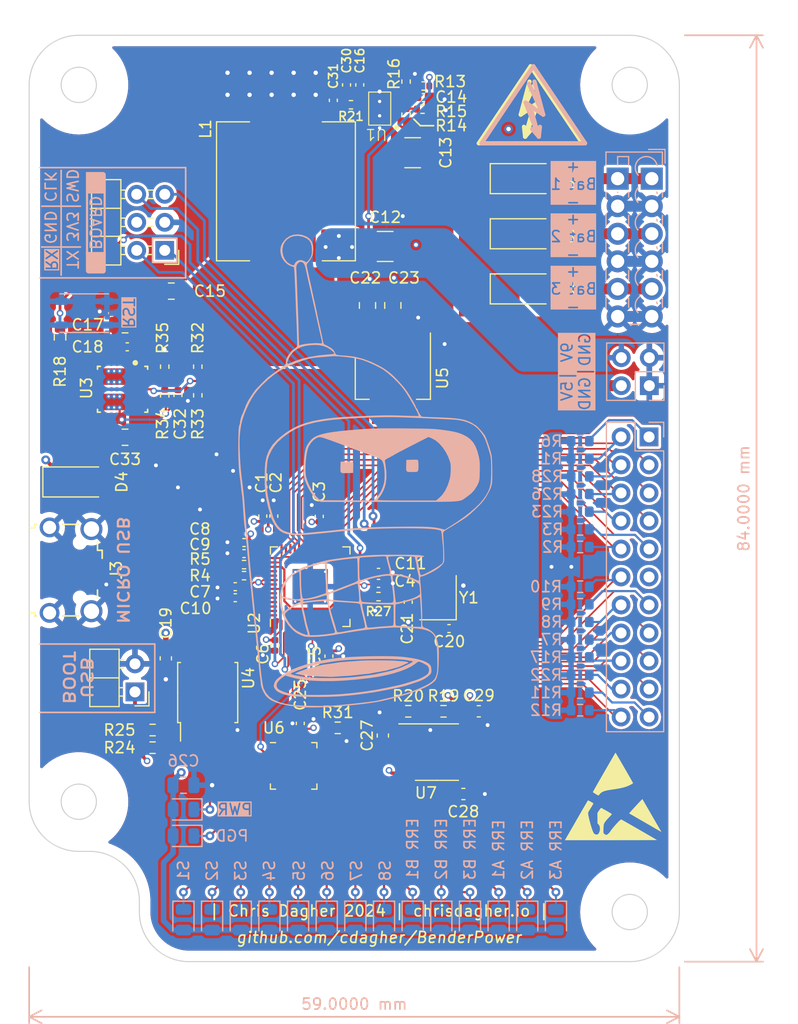
<source format=kicad_pcb>
(kicad_pcb (version 20221018) (generator pcbnew)
  (title_block (comment 4 "AISLER Project ID: AYYOKKHT"))
  (layers (0 "F.Cu" signal) (1 "In1.Cu" signal) (2 "In2.Cu" signal) (31 "B.Cu" signal) (34 "B.Paste" user) (35 "F.Paste" user) (36 "B.SilkS" user "B.Silkscreen") (37 "F.SilkS" user "F.Silkscreen") (38 "B.Mask" user) (39 "F.Mask" user) (44 "Edge.Cuts" user))
  (net 0 "")
  (net 1 "+3V3")
  (net 2 "GND")
  (net 3 "+1V1")
  (net 4 "+9V")
  (net 5 "/MCU_REG_IN")
  (net 6 "Net-(C14--)")
  (net 7 "Net-(C16--)")
  (net 8 "/XIN")
  (net 9 "Net-(C21-Pad1)")
  (net 10 "+5V")
  (net 11 "Net-(U1-NC{slash}COMP)")
  (net 12 "VIN_B1")
  (net 13 "VIN_B2")
  (net 14 "VIN_B3")
  (net 15 "Net-(D4-A)")
  (net 16 "/UART0_TX")
  (net 17 "/SWD")
  (net 18 "/UART0_RX")
  (net 19 "/SWCLK")
  (net 20 "/USB_D_N")
  (net 21 "/~{USB_BOOT}")
  (net 22 "Net-(C31-Pad1)")
  (net 23 "I2C1_SDA")
  (net 24 "ADC1_RDY")
  (net 25 "ADC2_RDY")
  (net 26 "/USB_D_P")
  (net 27 "Net-(U2-USB_DP)")
  (net 28 "Net-(U2-USB_DM)")
  (net 29 "I2C1_SCL")
  (net 30 "PGD_B1")
  (net 31 "ALRT_B1")
  (net 32 "ALRT_B2")
  (net 33 "ALRT_B3")
  (net 34 "I2C0_SCL")
  (net 35 "I2C0_SDA")
  (net 36 "Net-(U1-FB{slash}VO)")
  (net 37 "Net-(U1-EN{slash}UVLO)")
  (net 38 "PGD_B2")
  (net 39 "PGD_B3")
  (net 40 "PGD_AUX1")
  (net 41 "/QSPI_SS")
  (net 42 "PGD_AUX2")
  (net 43 "/XOUT")
  (net 44 "PGD_AUX3")
  (net 45 "Net-(U3-FB)")
  (net 46 "MCU_V_RESET")
  (net 47 "EN_B3")
  (net 48 "EN_B2")
  (net 49 "EN_B1")
  (net 50 "/+12V_LX")
  (net 53 "EN_AUX_1")
  (net 54 "EN_AUX_2")
  (net 55 "EN_AUX_3")
  (net 58 "/QSPI_SD3")
  (net 59 "/QSPI_SCLK")
  (net 60 "/QSPI_SD0")
  (net 61 "/QSPI_SD2")
  (net 62 "/QSPI_SD1")
  (net 65 "Net-(U2-RUN)")
  (net 66 "Net-(D5-K)")
  (net 67 "Net-(D6-K)")
  (net 68 "Net-(D7-K)")
  (net 69 "Net-(D8-K)")
  (net 70 "Net-(D9-K)")
  (net 71 "Net-(D10-K)")
  (net 72 "Net-(D11-K)")
  (net 73 "Net-(D12-K)")
  (net 74 "Net-(D13-K)")
  (net 75 "Net-(D14-K)")
  (net 76 "Net-(D15-K)")
  (net 77 "Net-(D16-K)")
  (net 78 "Net-(D17-K)")
  (net 79 "Net-(D18-K)")
  (net 80 "Net-(D19-K)")
  (net 81 "Net-(D20-K)")
  (net 82 "/LED Matrix/THR{slash}TR")
  (net 83 "Net-(U6-R-EXT)")
  (net 84 "LED_SDI")
  (net 85 "/LED Matrix/SDO")
  (net 86 "LED_CLK")
  (net 87 "Net-(U7-CV)")
  (net 88 "Net-(U7-DIS)")
  (net 89 "/LED Matrix/PWCLK")
  (net 90 "Net-(U3-EN)")
  (net 91 "LED_EN")
  (footprint "Capacitor_SMD:C_0402_1005Metric" (layer "F.Cu") (at 144.6 123.4 90)
    (fp_text reference "C25")
    (fp_text value "1u")
  )
  (footprint "Capacitor_SMD:C_0402_1005Metric" (layer "F.Cu") (at 155.78 66.65 180)
    (fp_text reference "C14")
    (fp_text value "1u")
  )
  (footprint "Capacitor_SMD:C_0805_2012Metric" (layer "F.Cu") (at 128.7 97.45)
    (fp_text reference "C33")
    (fp_text value "22u")
  )
  (footprint "Capacitor_SMD:C_0402_1005Metric" (layer "F.Cu") (at 128.9 89.25 180)
    (fp_text reference "C18")
    (fp_text value "100n")
  )
  (footprint "Package_DFN_QFN:QFN-56-1EP_7x7mm_P0.4mm_EP3.2x3.2mm_ThermalVias" (layer "F.Cu") (at 145.5 111 90)
    (fp_text reference "U2")
    (fp_text value "RP2040")
  )
  (footprint "Capacitor_SMD:C_0805_2012Metric" (layer "F.Cu") (at 132.9 84.2 180)
    (fp_text reference "C15")
    (fp_text value "10u")
  )
  (footprint "Capacitor_SMD:C_0402_1005Metric" (layer "F.Cu") (at 138.7 111 180)
    (fp_text reference "C7")
    (fp_text value "100n")
  )
  (footprint "Capacitor_SMD:C_0402_1005Metric" (layer "F.Cu") (at 146.325 104.625 90)
    (fp_text reference "C3")
    (fp_text value "100n")
  )
  (footprint "Resistor_SMD:R_0402_1005Metric" (layer "F.Cu") (at 151.7 111.9)
    (fp_text reference "R27")
    (fp_text value "1k")
  )
  (footprint "Capacitor_SMD:C_0603_1608Metric" (layer "F.Cu") (at 132.4 117.5 -90)
    (fp_text reference "C19")
    (fp_text value "100n")
  )
  (footprint "Package_SO:SOIC-8_5.23x5.23mm_P1.27mm" (layer "F.Cu") (at 136.2 120.6 90)
    (fp_text reference "U4")
    (fp_text value "W25Q128JVS")
  )
  (footprint "Resistor_SMD:R_0402_1005Metric" (layer "F.Cu") (at 132.3 91.05 90)
    (fp_text reference "R35")
    (fp_text value "30k")
  )
  (footprint "Capacitor_SMD:C_0402_1005Metric" (layer "F.Cu") (at 133.5 93.65 90)
    (fp_text reference "C32")
    (fp_text value "22p")
  )
  (footprint "Capacitor_SMD:C_0402_1005Metric" (layer "F.Cu") (at 141.2 104.6 90)
    (fp_text reference "C1")
    (fp_text value "100n")
  )
  (footprint "Symbol:Symbol_HighVoltage_Type2_CopperTop_VerySmall" (layer "F.Cu") (at 165.5 68)
    (fp_text reference "REF**" hide)
    (fp_text value "Symbol_HighVoltage_Type2_CopperTop_VerySmall")
  )
  (footprint "Capacitor_SMD:C_0603_1608Metric" (layer "F.Cu") (at 152.095 124.5 90)
    (fp_text reference "C27")
    (fp_text value "600p")
  )
  (footprint "Resistor_SMD:R_0402_1005Metric" (layer "F.Cu") (at 155.7 67.7)
    (fp_text reference "R15")
    (fp_text value "453k")
  )
  (footprint "Resistor_SMD:R_0603_1608Metric" (layer "F.Cu") (at 148 123.8 180)
    (fp_text reference "R31")
    (fp_text value "11k")
  )
  (footprint "Resistor_SMD:R_0402_1005Metric" (layer "F.Cu") (at 154.2 68.2 90)
    (fp_text reference "R14")
    (fp_text value "3.3M")
  )
  (footprint "Capacitor_SMD:C_0805_2012Metric" (layer "F.Cu") (at 153 85.5 90)
    (fp_text reference "C23")
    (fp_text value "10u")
  )
  (footprint "Connector_PinHeader_2.54mm:PinHeader_2x03_P2.54mm_Horizontal" (layer "F.Cu") (at 132.3 80.5 180)
    (fp_text reference "J1" hide)
    (fp_text value "Conn_02x03_Odd_Even")
  )
  (footprint "Package_TO_SOT_SMD:SOT-223-3_TabPin2" (layer "F.Cu") (at 153 92.1 -90)
    (fp_text reference "U5")
    (fp_text value "NCP1117-5.0_SOT223")
  )
  (footprint "Capacitor_SMD:C_0402_1005Metric" (layer "F.Cu") (at 158.1 114.8)
    (fp_text reference "C20")
    (fp_text value "15p")
  )
  (footprint "Diode_SMD:D_SOD-128" (layer "F.Cu") (at 165 84)
    (fp_text reference "D3")
    (fp_text value "PMEG10030ELPX")
  )
  (footprint "Capacitor_SMD:C_0402_1005Metric" (layer "F.Cu") (at 138.7 112 180)
    (fp_text reference "C10")
    (fp_text value "100n")
  )
  (footprint "Resistor_SMD:R_0402_1005Metric" (layer "F.Cu") (at 155.8 65.6 180)
    (fp_text reference "R13")
    (fp_text value "174k")
  )
  (footprint "Symbol:ESD-Logo_8.9x8mm_SilkScreen" (layer "F.Cu") (at 173 130)
    (fp_text reference "REF**" hide)
    (fp_text value "ESD-Logo_8.9x8mm_SilkScreen" hide)
  )
  (footprint "Capacitor_SMD:C_0402_1005Metric" (layer "F.Cu") (at 142.2 104.6 90)
    (fp_text reference "C2")
    (fp_text value "100n")
  )
  (footprint "Resistor_SMD:R_0603_1608Metric" (layer "F.Cu") (at 131.2 125.6)
    (fp_text reference "R24")
    (fp_text value "DNP")
  )
  (footprint "Resistor_SMD:R_0402_1005Metric" (layer "F.Cu") (at 132.3 93.65 90)
    (fp_text reference "R34")
    (fp_text value "135k")
  )
  (footprint "Connector_USB:USB_Micro-B_Wuerth_629105150521_CircularHoles" (layer "F.Cu") (at 123.8 109.5 -90)
    (fp_text reference "J3")
    (fp_text value "USB_B_Micro")
  )
  (footprint "Capacitor_SMD:C_0402_1005Metric" (layer "F.Cu") (at 151.7 110.7)
    (fp_text reference "C4")
    (fp_text value "100n")
  )
  (footprint "Resistor_SMD:R_0402_1005Metric" (layer "F.Cu") (at 149.2 67.3 180)
    (fp_text reference "R21")
    (fp_text value "20k")
  )
  (footprint "Resistor_SMD:R_0603_1608Metric" (layer "F.Cu") (at 154.4 122.3 180)
    (fp_text reference "R20")
    (fp_text value "1.1k")
  )
  (footprint "Crystal:Crystal_SMD_Abracon_ABM8G-4Pin_3.2x2.5mm" (layer "F.Cu") (at 157.1 112 90)
    (fp_text reference "Y1")
    (fp_text value "ABLS-12.000MHZ-B4-T")
  )
  (footprint "Resistor_SMD:R_0402_1005Metric" (layer "F.Cu") (at 135.3 91.05 -90)
    (fp_text reference "R32")
    (fp_text value "62k")
  )
  (footprint "Resistor_SMD:R_0402_1005Metric" (layer "F.Cu") (at 135.3 93.65 -90)
    (fp_text reference "R33")
    (fp_text value "30k")
  )
  (footprint "Capacitor_SMD:C_0402_1005Metric" (layer "F.Cu") (at 154.4 112.4 90)
    (fp_text reference "C21")
    (fp_text value "15p")
  )
  (footprint "Capacitor_SMD:C_0805_2012Metric" (layer "F.Cu") (at 150.7 85.5 90)
    (fp_text reference "C22")
    (fp_text value "10u")
  )
  (footprint "Resistor_SMD:R_0402_1005Metric" (layer "F.Cu") (at 139.5 109)
    (fp_text reference "R5")
    (fp_text value "27.4")
  )
  (footprint "Inductor_SMD:L_12x12mm_H6mm" (layer "F.Cu") (at 143.3 75.15 -90)
    (fp_text reference "L1")
    (fp_text value "47u")
  )
  (footprint "Capacitor_SMD:C_0402_1005Metric" (layer "F.Cu") (at 148.8 65.5 90)
    (fp_text reference "C30")
    (fp_text value "12p")
  )
  (footprint "Diode_SMD:D_SOD-128" (layer "F.Cu") (at 124.4 101.505)
    (fp_text reference "D4")
    (fp_text value "PMEG10030ELPX")
  )
  (footprint "Capacitor_SMD:C_1210_3225Metric" (layer "F.Cu") (at 154.8 71.65)
    (fp_text reference "C13")
    (fp_text value "2.2u")
  )
  (footprint "Resistor_SMD:R_0402_1005Metric" (layer "F.Cu") (at 154.2 65.2 90)
    (fp_text reference "R16")
    (fp_text value "14k")
  )
  (footprint "Resistor_SMD:R_0603_1608Metric" (layer "F.Cu") (at 122.8 88.4 90)
    (fp_text reference "R18")
    (fp_text value "10k")
  )
  (footprint "Capacitor_SMD:C_1210_3225Metric" (layer "F.Cu") (at 152.3 80.15 180)
    (fp_text reference "C12")
    (fp_text value "10u")
  )
  (footprint "Resistor_SMD:R_0603_1608Metric" (layer "F.Cu") (at 157.6 122.3 180)
    (fp_text reference "R19")
    (fp_text value "220")
  )
  (footprint "Capacitor_SMD:C_0402_1005Metric" (layer "F.Cu") (at 147.2 117.3 -90)
    (fp_text reference "C5")
    (fp_text value "100n")
  )
  (footprint "Resistor_SMD:R_0603_1608Metric" (layer "F.Cu") (at 131.2 124 180)
    (fp_text reference "R25")
    (fp_text value "1k")
  )
  (footprint "Capacitor_SMD:C_0603_1608Metric" (layer "F.Cu") (at 159.4 129.8 180)
    (fp_text reference "C28")
    (fp_text value "DNP")
  )
  (footprint "Capacitor_SMD:C_0402_1005Metric" (layer "F.Cu") (at 150 65.5 -90)
    (fp_text reference "C16")
    (fp_text value "6800p")
  )
  (footprint "Capacitor_SMD:C_0402_1005Metric" (layer "F.Cu") (at 139.5 108 180)
    (fp_text reference "C9")
    (fp_text value "1u")
  )
  (footprint "Resistor_SMD:R_0402_1005Metric" (layer "F.Cu") (at 139.5 110)
    (fp_text reference "R4")
    (fp_text value "27.4")
  )
  (footprint "Package_SO:SOIC-8_3.9x4.9mm_P1.27mm" (layer "F.Cu") (at 157 126)
    (fp_text reference "U7")
    (fp_text value "LMC555xM")
  )
  (footprint "Capacitor_SMD:C_0402_1005Metric" (layer "F.Cu") (at 147.6 66.9 90)
    (fp_text reference "C31")
    (fp_text value "2200p")
  )
  (footprint "Connector_PinHeader_2.54mm:PinHeader_1x02_P2.54mm_Horizontal" (layer "F.Cu") (at 129.6 120.54 180)
    (fp_text reference "J4" hide)
    (fp_text value "Conn_01x02")
  )
  (footprint "Package_DFN_QFN:QFN-24-1EP_4x4mm_P0.5mm_EP2.15x2.15mm" (layer "F.Cu") (at 144 127.25)
    (fp_text reference "U6")
    (fp_text value "LED1642GWQTR")
  )
  (footprint "Diode_SMD:D_SOD-128" (layer "F.Cu") (at 165 74)
    (fp_text reference "D1")
    (fp_text value "PMEG10030ELPX")
  )
  (footprint "Capacitor_SMD:C_0402_1005Metric" (layer "F.Cu") (at 139.5 107 180)
    (fp_text reference "C8")
    (fp_text value "1u")
  )
  (footprint "TPSM861252:RDX0007A-MFG" (layer "F.Cu") (at 128.375 93.1 -90)
    (fp_text reference "U3")
    (fp_text value "TPSM861252RDXR")
  )
  (footprint "Capacitor_SMD:C_0805_2012Metric" (layer "F.Cu") (at 128.7 87.25 180)
    (fp_text reference "C17")
    (fp_text value "10u")
  )
  (footprint "Capacitor_SMD:C_0603_1608Metric" (layer "F.Cu") (at 160.8 122.3)
    (fp_text reference "C29")
    (fp_text value "1u")
  )
  (footprint "Maxim:TDFN" (layer "F.Cu") (at 151.81 67.65 180)
    (fp_text reference "U1")
    (fp_text value "MAX17502G")
  )
  (footprint "Diode_SMD:D_SOD-128" (layer "F.Cu") (at 165 79)
    (fp_text reference "D2")
    (fp_text value "PMEG10030ELPX")
  )
  (footprint "Capacitor_SMD:C_0402_1005Metric" (layer "F.Cu") (at 151.7 109.7)
    (fp_text reference "C11")
    (fp_text value "100n")
  )
  (footprint "Capacitor_SMD:C_0402_1005Metric" (layer "F.Cu") (at 142.3 116.325 -90)
    (fp_text reference "C6")
    (fp_text value "100n")
  )
  (footprint "LED_SMD:LED_0805_2012Metric" (layer "B.Cu") (at 152.2 141.2 -90)
    (fp_text reference "D14" hide)
    (fp_text value "LED")
  )
  (footprint "Resistor_SMD:R_0603_1608Metric" (layer "B.Cu") (at 170 107.4 180)
    (fp_text reference "R2")
    (fp_text value "10k")
  )
  (footprint "Resistor_SMD:R_0603_1608Metric" (layer "B.Cu") (at 170 114.2)
    (fp_text reference "R8")
    (fp_text value "10k")
  )
  (footprint "LED_SMD:LED_0805_2012Metric" (layer "B.Cu") (at 147 141.2 -90)
    (fp_text reference "D12" hide)
    (fp_text value "LED")
  )
  (footprint "LED_SMD:LED_0805_2012Metric" (layer "B.Cu") (at 134 141.2 -90)
    (fp_text reference "D7" hide)
    (fp_text value "LED")
  )
  (footprint "Resistor_SMD:R_0603_1608Metric" (layer "B.Cu") (at 170 104.2 180)
    (fp_text reference "R23")
    (fp_text value "100k")
  )
  (footprint "LED_SMD:LED_0805_2012Metric" (layer "B.Cu") (at 139.2 141.2 -90)
    (fp_text reference "D9" hide)
    (fp_text value "LED")
  )
  (footprint "Resistor_SMD:R_0603_1608Metric" (layer "B.Cu") (at 170 102.6 180)
    (fp_text reference "R26")
    (fp_text value "100k")
  )
  (footprint "Resistor_SMD:R_0603_1608Metric" (layer "B.Cu") (at 170 111)
    (fp_text reference "R10")
    (fp_text value "10k")
  )
  (footprint "LED_SMD:LED_0805_2012Metric" (layer "B.Cu") (at 144.4 141.2 -90)
    (fp_text reference "D11" hide)
    (fp_text value "LED")
  )
  (footprint "Connector_PinHeader_2.54mm:PinHeader_2x02_P2.54mm_Vertical" (layer "B.Cu") (at 176.275 92.775 90)
    (fp_text reference "J2" hide)
    (fp_text value "Conn_02x02_Counter_Clockwise")
  )
  (footprint "LED_SMD:LED_0805_2012Metric" (layer "B.Cu") (at 136.6 141.2 -90)
    (fp_text reference "D8" hide)
    (fp_text value "LED")
  )
  (footprint "Resistor_SMD:R_0603_1608Metric" (layer "B.Cu") (at 170 97.8 180)
    (fp_text reference "R6")
    (fp_text value "10k")
  )
  (footprint "Symbol:Symbol_HighVoltage_Type2_CopperTop_VerySmall" (layer "B.Cu") (at 165.75 68 180)
    (fp_text reference "REF**" hide)
    (fp_text value "Symbol_HighVoltage_Type2_CopperTop_VerySmall")
  )
  (footprint "LED_SMD:LED_0805_2012Metric" (layer "B.Cu") (at 160 141.2 -90)
    (fp_text reference "D17" hide)
    (fp_text value "LED")
  )
  (footprint "LED_SMD:LED_0805_2012Metric" (layer "B.Cu") (at 165.2 141.2 -90)
    (fp_text reference "D19" hide)
    (fp_text value "LED")
  )
  (footprint "LED_SMD:LED_0805_2012Metric" (layer "B.Cu") (at 149.6 141.2 -90)
    (fp_text reference "D13" hide)
    (fp_text value "LED")
  )
  (footprint "Resistor_SMD:R_0603_1608Metric" (layer "B.Cu") (at 170 105.8 180)
    (fp_text reference "R3")
    (fp_text value "10k")
  )
  (footprint "TerminalBlock_Phoenix:TerminalBlock_Phoenix_PTSM-0,5-6-2.5-V-THR_1x06_P2.50mm_Vertical" (layer "B.Cu") (at 176.5 74 -90)
    (fp_text reference "J5" hide)
    (fp_text value "Screw_Terminal_01x06")
  )
  (footprint "LED_SMD:LED_0805_2012Metric" (layer "B.Cu") (at 154.8 141.2 -90)
    (fp_text reference "D15" hide)
    (fp_text value "LED")
  )
  (footprint "Button_Switch_SMD:SW_Push_1P1T_NO_Vertical_Wuerth_434133025816" (layer "B.Cu") (at 125 86.2)
    (fp_text reference "SW1" hide)
    (fp_text value "SW_MEC_5G")
  )
  (footprint "Resistor_SMD:R_0603_1608Metric" (layer "B.Cu") (at 170 99.4)
    (fp_text reference "R1")
    (fp_text value "10k")
  )
  (footprint "Resistor_SMD:R_0603_1608Metric" (layer "B.Cu") (at 170 112.6)
    (fp_text reference "R9")
    (fp_text value "10k")
  )
  (footprint "Resistor_SMD:R_0603_1608Metric" (layer "B.Cu") (at 170 122.2)
    (fp_text reference "R12")
    (fp_text value "10k")
  )
  (footprint "Capacitor_SMD:C_0805_2012Metric" (layer "B.Cu") (at 134 129)
    (fp_text reference "C26")
    (fp_text value "47u")
  )
  (footprint "Graphics:Bender_Head_44x26" (layer "B.Cu") (at 149.68724 100.498344 -90)
    (fp_text reference "G***" hide)
    (fp_text value "LOGO" hide)
  )
  (footprint "Connector_PinHeader_2.54mm:PinHeader_2x11_P2.54mm_Vertical" (layer "B.Cu") (at 176.25 97.42 180)
    (fp_text reference "J6" hide)
    (fp_text value "Conn_02x11_Counter_Clockwise")
  )
  (footprint "Resistor_SMD:R_0603_1608Metric" (layer "B.Cu") (at 170 119 180)
    (fp_text reference "R22")
    (fp_text value "100k")
  )
  (footprint "LED_SMD:LED_0805_2012Metric" (layer "B.Cu") (at 134 133.6 180)
    (fp_text reference "D6" hide)
    (fp_text value "LED")
  )
  (footprint "LED_SMD:LED_0805_2012Metric" (layer "B.Cu") (at 141.8 141.2 -90)
    (fp_text reference "D10" hide)
    (fp_text value "LED")
  )
  (footprint "Resistor_SMD:R_0603_1608Metric" (layer "B.Cu") (at 170 101 180)
    (fp_text reference "R28")
    (fp_text value "100k")
  )
  (footprint "LED_SMD:LED_0805_2012Metric" (layer "B.Cu") (at 162.6 141.2 -90)
    (fp_text reference "D18" hide)
    (fp_text value "LED")
  )
  (footprint "LED_SMD:LED_0805_2012Metric" (layer "B.Cu") (at 167.8 141.2 -90)
    (fp_text reference "D20" hide)
    (fp_text value "LED")
  )
  (footprint "LED_SMD:LED_0805_2012Metric" (layer "B.Cu") (at 157.4 141.2 -90)
    (fp_text reference "D16" hide)
    (fp_text value "LED")
  )
  (footprint "LED_SMD:LED_0805_2012Metric" (layer "B.Cu") (at 134 131.2 180)
    (fp_text reference "D5" hide)
    (fp_text value "LED")
  )
  (footprint "Resistor_SMD:R_0603_1608Metric" (layer "B.Cu") (at 170 115.8 180)
    (fp_text reference "R7")
    (fp_text value "100k")
  )
  (footprint "Resistor_SMD:R_0603_1608Metric" (layer "B.Cu") (at 170 120.6)
    (fp_text reference "R11")
    (fp_text value "10k")
  )
  (footprint "Resistor_SMD:R_0603_1608Metric" (layer "B.Cu") (at 170 117.4 180)
    (fp_text reference "R17")
    (fp_text value "100k")
  )
  (gr_line (start 121.15 80.2) (end 124.65 80.2) (stroke (width 0.15)) (layer "B.SilkS"))
  (gr_line (start 133.4 79.4) (end 133.4 81.6) (stroke (width 0.15)) (layer "B.SilkS"))
  (gr_rect (start 125.4 73.65) (end 126.7 75.1) (stroke (width 0.5)) (fill solid) (layer "B.SilkS"))
  (gr_line (start 134.2 83) (end 121 83) (stroke (width 0.15)) (layer "B.SilkS"))
  (gr_rect (start 125.4 80.9) (end 126.7 82.35) (stroke (width 0.5)) (fill solid) (layer "B.SilkS"))
  (gr_line (start 131.4 116.2) (end 121 116.2) (stroke (width 0.15)) (layer "B.SilkS"))
  (gr_line (start 126.85 75.1) (end 126.85 80.9) (stroke (width 0.2)) (layer "B.SilkS"))
  (gr_line (start 121 73) (end 134.2 73) (stroke (width 0.15)) (layer "B.SilkS"))
  (gr_line (start 125.25 75.1) (end 125.25 80.9) (stroke (width 0.2)) (layer "B.SilkS"))
  (gr_line (start 131.4 122.4) (end 131.4 116.2) (stroke (width 0.15)) (layer "B.SilkS"))
  (gr_line (start 124.65 76.5) (end 121.15 76.5) (stroke (width 0.15)) (layer "B.SilkS"))
  (gr_line (start 131.2 81.6) (end 131.2 79.4) (stroke (width 0.15)) (layer "B.SilkS"))
  (gr_line (start 133.4 81.6) (end 131.2 81.6) (stroke (width 0.15)) (layer "B.SilkS"))
  (gr_line (start 121 122.4) (end 131.4 122.4) (stroke (width 0.15)) (layer "B.SilkS"))
  (gr_line (start 131.2 79.4) (end 133.4 79.4) (stroke (width 0.15)) (layer "B.SilkS"))
  (gr_line (start 122.9 73.25) (end 122.9 82.75) (stroke (width 0.15)) (layer "B.SilkS"))
  (gr_line (start 134.2 73) (end 134.2 83) (stroke (width 0.15)) (layer "B.SilkS"))
  (gr_line (start 156.7 69.2) (end 155.5 69.2) (stroke (width 0.15)) (layer "F.SilkS"))
  (gr_line (start 155.5 69.2) (end 154.9 68.6) (stroke (width 0.15)) (layer "F.SilkS"))
  (gr_arc locked (start 179 140.5) (mid 177.681981 143.681981) (end 174.5 145) (stroke (width 0.1)) (layer "Edge.Cuts"))
  (gr_arc locked (start 174.5 61) (mid 177.681981 62.318019) (end 179 65.5) (stroke (width 0.1)) (layer "Edge.Cuts"))
  (gr_arc locked (start 120 65.5) (mid 121.318019 62.318019) (end 124.5 61) (stroke (width 0.1)) (layer "Edge.Cuts"))
  (gr_circle locked (center 124.5 65.5) (end 122.9 65.5) (stroke (width 0.1)) (fill none) (layer "Edge.Cuts"))
  (gr_line locked (start 179 140.5) (end 179 65.5) (stroke (width 0.1)) (layer "Edge.Cuts"))
  (gr_circle locked (center 174.5 65.5) (end 172.9 65.5) (stroke (width 0.1)) (fill none) (layer "Edge.Cuts"))
  (gr_arc locked (start 134.5 145) (mid 131.318019 143.681981) (end 130 140.5) (stroke (width 0.1)) (layer "Edge.Cuts"))
  (gr_circle locked (center 174.5 140.5) (end 172.9 140.5) (stroke (width 0.1)) (fill none) (layer "Edge.Cuts"))
  (gr_line locked (start 120 130.5) (end 120 65.5) (stroke (width 0.1)) (layer "Edge.Cuts"))
  (gr_line locked (start 124.5 135) (end 125.5 135) (stroke (width 0.1)) (layer "Edge.Cuts"))
  (gr_line locked (start 130 140.5) (end 130 139.5) (stroke (width 0.1)) (layer "Edge.Cuts"))
  (gr_line locked (start 134.5 145) (end 174.5 145) (stroke (width 0.1)) (layer "Edge.Cuts"))
  (gr_circle locked (center 124.5 130.5) (end 122.9 130.5) (stroke (width 0.1)) (fill none) (layer "Edge.Cuts"))
  (gr_arc locked (start 125.5 135) (mid 128.681981 136.318019) (end 130 139.5) (stroke (width 0.1)) (layer "Edge.Cuts"))
  (gr_line locked (start 124.5 61) (end 174.5 61) (stroke (width 0.1)) (layer "Edge.Cuts"))
  (gr_arc locked (start 124.5 135) (mid 121.318019 133.681981) (end 120 130.5) (stroke (width 0.1)) (layer "Edge.Cuts"))
  (gr_text "TX 3V3 SWD" (at 123.9 77.65 270) (layer "B.SilkS") (effects (font (size 1 1)) (justify mirror)))
  (gr_text "9V |5V\nGND|GND" (at 171 91.5 90) (layer "B.SilkS" knockout) (effects (font (size 1 1)) (justify bottom mirror)))
  (gr_text "  +\nBat 1\n  -" (at 171.6 74.5) (layer "B.SilkS" knockout) (effects (font (size 1 1)) (justify left mirror)))
  (gr_text "ERR A1" (at 162.6 137.7 90) (layer "B.SilkS") (effects (font (size 1 1)) (justify right mirror)))
  (gr_text "ERR B3" (at 160 137.7 90) (layer "B.SilkS") (effects (font (size 1 1)) (justify right mirror)))
  (gr_text "  +\nBat 3\n  -" (at 171.6 84) (layer "B.SilkS" knockout) (effects (font (size 1 1)) (justify left mirror)))
  (gr_text "S5" (at 144.5 137.8 90) (layer "B.SilkS") (effects (font (size 1 1)) (justify right mirror)))
  (gr_text "  +\nBat 2\n  -" (at 171.6 79.25) (layer "B.SilkS" knockout) (effects (font (size 1 1)) (justify left mirror)))
  (gr_text "S7" (at 149.7 137.8 90) (layer "B.SilkS") (effects (font (size 1 1)) (justify right mirror)))
  (gr_text "S2" (at 136.6 137.8 90) (layer "B.SilkS") (effects (font (size 1 1)) (justify right mirror)))
  (gr_text "S1" (at 134 137.8 90) (layer "B.SilkS") (effects (font (size 1 1)) (justify right mirror)))
  (gr_text "RST" (at 129 86.2 -90) (layer "B.SilkS" knockout) (effects (font (size 1 1)) (justify mirror)))
  (gr_text "BOARD" (at 126 78 -90) (layer "B.SilkS") (effects (font (size 1 1)) (justify mirror)))
  (gr_text "ERR B1" (at 154.8 137.7 90) (layer "B.SilkS") (effects (font (size 1 1)) (justify right mirror)))
  (gr_text "S4" (at 141.8 137.8 90) (layer "B.SilkS") (effects (font (size 1 1)) (justify right mirror)))
  (gr_text "RX" (at 122 81.4 -90) (layer "B.SilkS" knockout) (effects (font (size 1 1)) (justify mirror)))
  (gr_text "PWR" (at 137 131.2) (layer "B.SilkS" knockout) (effects (font (size 1 1)) (justify right mirror)))
  (gr_text "MICRO USB" (at 128.5 109.499998 270) (layer "B.SilkS") (effects (font (size 1 1.15) (thickness 0.2) bold) (justify mirror)))
  (gr_text "    GND CLK" (at 121.9 78.15 270) (layer "B.SilkS") (effects (font (size 1 1)) (justify mirror)))
  (gr_text "S6" (at 147.1 137.8 90) (layer "B.SilkS") (effects (font (size 1 1)) (justify right mirror)))
  (gr_text "ERR A3" (at 167.8 137.7 90) (layer "B.SilkS") (effects (font (size 1 1)) (justify right mirror)))
  (gr_text "USB\nBOOT" (at 124.4 119.25 270) (layer "B.SilkS") (effects (font (size 1 1.25) (thickness 0.2) bold) (justify mirror)))
  (gr_text "S3" (at 139.2 137.8 90) (layer "B.SilkS") (effects (font (size 1 1)) (justify right mirror)))
  (gr_text "ERR A2" (at 165.2 137.7 90) (layer "B.SilkS") (effects (font (size 1 1)) (justify right mirror)))
  (gr_text "ERR B2" (at 157.4 137.7 90) (layer "B.SilkS") (effects (font (size 1 1)) (justify right mirror)))
  (gr_text "S8" (at 152.3 137.8 90) (layer "B.SilkS") (effects (font (size 1 1)) (justify right mirror)))
  (gr_text "PGD" (at 136.8 133.6) (layer "B.SilkS") (effects (font (size 1 1)) (justify right mirror)))
  (gr_text "| Chris Dagher 2024 | chrisdagher.io |" (at 151.75 140.4) (layer "F.SilkS") (effects (font (size 1 1))))
  (gr_text "github.com/cdagher/BenderPower" (at 151.75 142.8) (layer "F.SilkS") (effects (font (size 1 1) (thickness 0.15) italic)))
  (dimension (type aligned) (layer "B.SilkS") (pts (xy 120 145) (xy 179 145)) (height 4.999999) (gr_text "59.0000 mm" (at 149.5 148.849999) (layer "B.SilkS") (effects (font (size 1 1) (thickness 0.15)))) (format (prefix "") (suffix "") (units 3) (units_format 1) (precision 4)) (style (thickness 0.15) (arrow_length 1.27) (text_position_mode 0) (extension_height 0.58642) (extension_offset 0.5) keep_text_aligned))
  (dimension (type aligned) (layer "B.SilkS") (pts (xy 179 145) (xy 179 61)) (height 7) (gr_text "84.0000 mm" (at 184.85 103 90) (layer "B.SilkS") (effects (font (size 1 1) (thickness 0.15)))) (format (prefix "") (suffix "") (units 3) (units_format 1) (precision 4)) (style (thickness 0.15) (arrow_length 1.27) (text_position_mode 0) (extension_height 0.58642) (extension_offset 0.5) keep_text_aligned))
  (segment (start 145.639448 105.125) (end 146.305 105.125) (width 0.25) (layer "F.Cu") (net 1))
  (segment (start 142.0625 108.4) (end 142.8 108.4) (width 0.15) (layer "F.Cu") (net 1))
  (segment (start 134.02 116.725) (end 134.295 117) (width 0.5) (layer "F.Cu") (net 1))
  (segment (start 132.4 116.725) (end 134.02 116.725) (width 0.5) (layer "F.Cu") (net 1))
  (segment (start 142.0625 110.4) (end 141.213173 110.4) (width 0.15) (layer "F.Cu") (net 1))
  (segment (start 140.7 110.6) (end 140.4 110.6) (width 0.15) (layer "F.Cu") (net 1))
  (segment (start 141.7 105.08) (end 141.2 105.08) (width 0.25) (layer "F.Cu") (net 1))
  (segment (start 141.69 105.8) (end 141.69 105.09) (width 0.25) (layer "F.Cu") (net 1))
  (segment (start 140.1 106.2) (end 139.98 106.32) (width 0.25) (layer "F.Cu") (net 1))
  (segment (start 142.0625 110.8) (end 141.213173 110.8) (width 0.15) (layer "F.Cu") (net 1))
  (segment (start 147.88 116.82) (end 147.2 116.82) (width 0.25) (layer "F.Cu") (net 1))
  (segment (start 142.9 106.7) (end 142.9 107.5625) (width 0.15) (layer "F.Cu") (net 1))
  (segment (start 142.9 108.3) (end 142.9 107.5625) (width 0.15) (layer "F.Cu") (net 1))
  (segment (start 151.2 110.7) (end 151.1 110.8) (width 0.15) (layer "F.Cu") (net 1))
  (segment (start 148.093767 116.606233) (end 147.88 116.82) (width 0.25) (layer "F.Cu") (net 1))
  (segment (start 122.8 89.225) (end 122.8 90.5) (width 0.2) (layer "F.Cu") (net 1))
  (segment (start 142.8 108.4) (end 142.9 108.3) (width 0.15) (layer "F.Cu") (net 1))
  (segment (start 128.209999 94.749999) (end 128.209999 95.659999) (width 0.2) (layer "F.Cu") (net 1))
  (segment (start 147.2 116.2) (end 146.5 115.5) (width 0.15) (layer "F.Cu") (net 1))
  (segment (start 142.9 114.4375) (end 142.9 114.9) (width 0.15) (layer "F.Cu") (net 1))
  (segment (start 140.8 110.6) (end 140.7 110.6) (width 0.15) (layer "F.Cu") (net 1))
  (segment (start 158.425 122.3) (end 158.425 121.275) (width 0.3) (layer "F.Cu") (net 1))
  (segment (start 141.69 105.09) (end 141.7 105.08) (width 0.25) (layer "F.Cu") (net 1))
  (segment (start 142.7 108.8) (end 142.9 108.6) (width 0.15) (layer "F.Cu") (net 1))
  (segment (start 160.025 122.3) (end 160.025 123.545) (width 0.3) (layer "F.Cu") (net 1))
  (segment (start 152.905 127.905) (end 152.65 127.65) (width 0.3) (layer "F.Cu") (net 1))
  (segment (start 142.2 105.08) (end 141.7 105.08) (width 0.25) (layer "F.Cu") (net 1))
  (segment (start 132.4 95.3) (end 132.4 95.23) (width 0.2) (layer "F.Cu") (net 1))
  (segment (start 141.013173 110.6) (end 140.7 110.6) (width 0.15) (layer "F.Cu") (net 1))
  (segment (start 142.9 114.9) (end 142.3 115.5) (width 0.15) (layer "F.Cu") (net 1))
  (segment (start 160.025 120.875) (end 160 120.85) (width 0.3) (layer "F.Cu") (net 1))
  (segment (start 151.1 110.8) (end 148.9375 110.8) (width 0.15) (layer "F.Cu") (net 1))
  (segment (start 140.4 105.08) (end 141.2 105.08) (width 0.25) (layer "F.Cu") (net 1))
  (segment (start 142.0625 108.8) (end 142.7 108.8) (width 0.15) (layer "F.Cu") (net 1))
  (segment (start 144.6 123.88) (end 145.72 123.88) (width 0.2) (layer "F.Cu") (net 1))
  (segment (start 141.213173 110.8) (end 141.013173 110.6) (width 0.15) (layer "F.Cu") (net 1))
  (segment (start 142.0625 108.8) (end 141.6 108.8) (width 0.15) (layer "F.Cu") (net 1))
  (segment (start 146.5 105.1) (end 146.5 107.5625) (width 0.15) (layer "F.Cu") (net 1))
  (segment (start 130.375 125.6) (end 130.375 126.475) (width 0.3) (layer "F.Cu") (net 1))
  (segment (start 142.2 106) (end 142.9 106.7) (width 0.15) (layer "F.Cu") (net 1))
  (segment (start 160.025 122.3) (end 160.025 120.875) (width 0.3) (layer "F.Cu") (net 1))
  (segment (start 134.175 117.12) (end 134.295 117) (width 0.25) (layer "F.Cu") (net 1))
  (segment (start 146.4 108.3) (end 142.9 108.3) (width 0.15) (layer "F.Cu") (net 1))
  (segment (start 142.9 108.6) (end 142.9 108.3) (width 0.15) (layer "F.Cu") (net 1))
  (segment (start 130.375 126.475) (end 130.7 126.8) (width 0.3) (layer "F.Cu") (net 1))
  (segment (start 141.6 108.8) (end 140.7 107.9) (width 0.15) (layer "F.Cu") (net 1))
  (segment (start 132.4 115.2) (end 132.4 116.725) (width 0.5) (layer "F.Cu") (net 1))
  (segment (start 147.2 116.82) (end 147.2 116.2) (width 0.15) (layer "F.Cu") (net 1))
  (segment (start 140.4 110.6) (end 140 111) (width 0.15) (layer "F.Cu") (net 1))
  (segment (start 140.7 107.1) (end 140.6 107) (width 0.15) (layer "F.Cu") (net 1))
  (segment (start 142.0625 110.4) (end 142.5 110.4) (width 0.15) (layer "F.Cu") (net 1))
  (segment (start 140.9 110.6) (end 140.8 110.6) (width 0.15) (layer "F.Cu") (net 1))
  (segment (start 140 111) (end 139.18 111) (width 0.15) (layer "F.Cu") (net 1))
  (segment (start 146.5 107.5625) (end 146.5 108.2) (width 0.15) (layer "F.Cu") (net 1))
  (segment (start 132.4 95.23) (end 133.5 94.13) (width 0.2) (layer "F.Cu") (net 1))
  (segment (start 146.5 108.2) (end 146.4 108.3) (width 0.15) (layer "F.Cu") (net 1))
  (segment (start 144.25 124.23) (end 144.6 123.88) (width 0.2) (layer "F.Cu") (net 1))
  (segment (start 141.213173 110.4) (end 141.013173 110.6) (width 0.15) (layer "F.Cu") (net 1))
  (segment (start 132.4 94.26) (end 132.3 94.16) (width 0.2) (layer "F.Cu") (net 1))
  (segment (start 142.3 115.845) (end 141.545 115.845) (width 0.25) (layer "F.Cu") (net 1))
  (segment (start 140.6 107) (end 139.98 107) (width 0.15) (layer "F.Cu") (net 1))
  (segment (start 154.525 127.905) (end 152.905 127.905) (width 0.3) (layer "F.Cu") (net 1))
  (segment (start 146.305 105.125) (end 146.325 105.105) (width 0.25) (layer "F.Cu") (net 1))
  (segment (start 141.6 108.4) (end 141.2 108) (width 0.15) (layer "F.Cu") (net 1))
  (segment (start 139.98 106.32) (end 139.98 107) (width 0.25) (layer "F.Cu") (net 1))
  (segment (start 142.2 105.08) (end 142.2 106) (width 0.15) (layer "F.Cu") (net 1))
  (segment (start 158.425 121.275) (end 158 120.85) (width 0.3) (layer "F.Cu") (net 1))
  (segment (start 146.5 115.5) (end 146.5 114.4375) (width 0.15) (layer "F.Cu") (net 1))
  (segment (start 141.545 115.845) (end 141.5 115.8) (width 0.25) (layer "F.Cu") (net 1))
  (segment (start 145.72 123.88) (end 145.8 123.8) (width 0.2) (layer "F.Cu") (net 1))
  (segment (start 144.25 125.3125) (end 144.25 124.23) (width 0.2) (layer "F.Cu") (net 1))
  (segment (start 141.2 108) (end 141.2 105.08) (width 0.15) (layer "F.Cu") (net 1))
  (segment (start 142.3 115.5) (end 142.3 115.845) (width 0.15) (layer "F.Cu") (net 1))
  (segment (start 132.4 95.3) (end 132.4 94.26) (width 0.2) (layer "F.Cu") (net 1))
  (segment (start 140.7 107.9) (end 140.7 107.1) (width 0.15) (layer "F.Cu") (net 1))
  (segment (start 142.0625 108.4) (end 141.6 108.4) (width 0.15) (layer "F.Cu") (net 1))
  (segment (start 160.025 123.545) (end 159.475 124.095) (width 0.3) (layer "F.Cu") (net 1))
  (segment (start 128.209999 95.659999) (end 128.4 95.85) (width 0.2) (layer "F.Cu") (net 1))
  (via (at 158 120.85) (size 0.6) (drill 0.35) (layers "F.Cu" "B.Cu") (net 1))
  (via (at 141.5 115.8) (size 0.6) (drill 0.35) (layers "F.Cu" "B.Cu") (net 1))
  (via (at 140.8 110.6) (size 0.6) (drill 0.35) (layers "F.Cu" "B.Cu") (net 1))
  (via (at 152.65 127.65) (size 0.6) (drill 0.35) (layers "F.Cu" "B.Cu") (net 1))
  (via (at 150.4 110.9) (size 0.6) (drill 0.35) (layers "F.Cu" "B.Cu") (net 1))
  (via (at 130.7 126.8) (size 0.6) (drill 0.35) (layers "F.Cu" "B.Cu") (net 1))
  (via (at 145.639448 105.125) (size 0.6) (drill 0.35) (layers "F.Cu" "B.Cu") (net 1))
  (via (at 140.4 105.08) (size 0.6) (drill 0.35) (layers "F.Cu" "B.Cu") (net 1))
  (via (at 133.8 127.8495) (size 0.8) (drill 0.4) (layers "F.Cu" "B.Cu") (net 1))
  (via (at 141.69 105.8) (size 0.6) (drill 0.35) (layers "F.Cu" "B.Cu") (net 1))
  (via (at 148.093767 116.606233) (size 0.6) (drill 0.35) (layers "F.Cu" "B.Cu") (net 1))
  (via (at 128.4 95.85) (size 0.6) (drill 0.35) (layers "F.Cu" "B.Cu") (net 1))
  (via (at 160 120.85) (size 0.6) (drill 0.35) (layers "F.Cu" "B.Cu") (net 1))
  (via (at 169.2 109.2) (size 0.6) (drill 0.35) (layers "F.Cu" "B.Cu") (net 1))
  (via (at 167.4 109.2) (size 0.6) (drill 0.35) (layers "F.Cu" "B.Cu") (net 1))
  (via (at 132.4 95.3) (size 0.6) (drill 0.35) (layers "F.Cu" "B.Cu") (net 1))
  (via (at 145.8 123.8) (size 0.6) (drill 0.35) (layers "F.Cu" "B.Cu") (net 1))
  (via (at 140.1 106.2) (size 0.6) (drill 0.35) (layers "F.Cu" "B.Cu") (net 1))
  (via (at 132.4 115.2) (size 0.8) (drill 0.4) (layers "F.Cu" "B.Cu") (net 1))
  (segment (start 133.0625 129.0125) (end 133.0625 135.1375) (width 0.5) (layer "B.Cu") (net 1))
  (segment (start 160 142.1375) (end 157.4 142.1375) (width 0.5) (layer "B.Cu") (net 1))
  (segment (start 133.0375 142.1375) (end 134 142.1375) (width 0.5) (layer "B.Cu") (net 1))
  (segment (start 141.8 142.1375) (end 139.2 142.1375) (width 0.5) (layer "B.Cu") (net 1))
  (segment (start 152.2 142.1375) (end 149.6 142.1375) (width 0.5) (layer "B.Cu") (net 1))
  (segment (start 133.0625 135.1375) (end 132.2 136) (width 0.5) (layer "B.Cu") (net 1))
  (segment (start 144.4 142.1375) (end 141.8 142.1375) (width 0.5) (layer "B.Cu") (net 1))
  (segment (start 154.8 142.1375) (end 152.2 142.1375) (width 0.5) (layer "B.Cu") (net 1))
  (segment (start 133.05 128.5995) (end 133.05 129) (width 0.5) (layer "B.Cu") (net 1))
  (segment (start 133.8 127.8495) (end 133.05 128.5995) (width 0.5) (layer "B.Cu") (net 1))
  (segment (start 136.6 142.1375) (end 134 142.1375) (width 0.5) (layer "B.Cu") (net 1))
  (segment (start 157.4 142.1375) (end 154.8 142.1375) (width 0.5) (layer "B.Cu") (net 1))
  (segment (start 162.6 142.1375) (end 160 142.1375) (width 0.5) (layer "B.Cu") (net 1))
  (segment (start 149.6 142.1375) (end 147 142.1375) (width 0.5) (layer "B.Cu") (net 1))
  (segment (start 167.8 142.1375) (end 165.2 142.1375) (width 0.5) (layer "B.Cu") (net 1))
  (segment (start 165.2 142.1375) (end 162.6 142.1375) (width 0.5) (layer "B.Cu") (net 1))
  (segment (start 132.4 95.3) (end 131.85 95.85) (width 0.2) (layer "B.Cu") (net 1))
  (segment (start 132.2 141.3) (end 133.0375 142.1375) (width 0.5) (layer "B.Cu") (net 1))
  (segment (start 132.2 136) (end 132.2 141.3) (width 0.5) (layer "B.Cu") (net 1))
  (segment (start 131.85 95.85) (end 128.4 95.85) (width 0.2) (layer "B.Cu") (net 1))
  (segment (start 139.2 142.1375) (end 136.6 142.1375) (width 0.5) (layer "B.Cu") (net 1))
  (segment (start 147 142.1375) (end 144.4 142.1375) (width 0.5) (layer "B.Cu") (net 1))
  (segment (start 133.05 129) (end 133.0625 129.0125) (width 0.5) (layer "B.Cu") (net 1))
  (segment (start 145.745 104.145) (end 146.325 104.145) (width 0.35) (layer "F.Cu") (net 2))
  (segment (start 127.75 87.25) (end 126.35 87.25) (width 0.5) (layer "F.Cu") (net 2))
  (segment (start 160.175 129.8) (end 161.35 129.8) (width 0.3) (layer "F.Cu") (net 2))
  (segment (start 156.305 124.095) (end 156.4 124) (width 0.25) (layer "F.Cu") (net 2))
  (segment (start 152.75 69.3) (end 152.8 69.35) (width 0.25) (layer "F.Cu") (net 2))
  (segment (start 153.325 71.65) (end 153.325 77.525) (width 0.25) (layer "F.Cu") (net 2))
  (segment (start 145.639448 103.6) (end 145.639448 104.039448) (width 0.35) (layer "F.Cu") (net 2))
  (segment (start 138.7005 124.2) (end 138.105 124.2) (width 0.3) (layer "F.Cu") (net 2))
  (segment (start 135.3 94.16) (end 134.41 94.16) (width 0.2) (layer "F.Cu") (net 2))
  (segment (start 152.5 68.8) (end 152.3 69) (width 0.25) (layer "F.Cu") (net 2))
  (segment (start 152.16 110.7) (end 153 110.7) (width 0.2) (layer "F.Cu") (net 2))
  (segment (start 151.9 69.3) (end 152.3 69.3) (width 0.25) (layer "F.Cu") (net 2))
  (segment (start 151.4 113.1745) (end 150.884552 113.1745) (width 0.15) (layer "F.Cu") (net 2))
  (segment (start 129.650778 94.381405) (end 129.650778 95.649222) (width 0.5) (layer "F.Cu") (net 2))
  (segment (start 132.4 119.4) (end 132.4 118.275) (width 0.5) (layer "F.Cu") (net 2))
  (segment (start 139.02 108) (end 138.02 108) (width 0.25) (layer "F.Cu") (net 2))
  (segment (start 127.75 87.25) (end 127.75 88.45) (width 0.5) (layer "F.Cu") (net 2))
  (segment (start 151.81 67.65) (end 151.81 65.71) (width 1) (layer "F.Cu") (net 2))
  (segment (start 152.18 109.7) (end 153 109.7) (width 0.2) (layer "F.Cu") (net 2))
  (segment (start 137.16 112) (end 137.09 112.07) (width 0.25) (layer "F.Cu") (net 2))
  (segment (start 145.639448 104.039448) (end 145.745 104.145) (width 0.35) (layer "F.Cu") (net 2))
  (segment (start 146.8 68.15) (end 146 67.35) (width 0.25) (layer "F.Cu") (net 2))
  (segment (start 143.75 125.3125) (end 143.75 123.536142) (width 0.2) (layer "F.Cu") (net 2))
  (segment (start 138.9005 124) (end 138.7005 124.2) (width 0.3) (layer "F.Cu") (net 2))
  (segment (start 142.2 103.18) (end 142.19 103.17) (width 0.25) (layer "F.Cu") (net 2))
  (segment (start 129.650778 95.649222) (end 129.6 95.7) (width 0.5) (layer "F.Cu") (net 2))
  (segment (start 137.16 111) (end 137.09 111.07) (width 0.25) (layer "F.Cu") (net 2))
  (segment (start 154.525 124.095) (end 156.305 124.095) (width 0.25) (layer "F.Cu") (net 2))
  (segment (start 137.94 111) (end 137.16 111) (width 0.25) (layer "F.Cu") (net 2))
  (segment (start 153.325 77.525) (end 153.775 77.975) (width 0.25) (layer "F.Cu") (net 2))
  (segment (start 142.3 116.805) (end 141.595 116.805) (width 0.3) (layer "F.Cu") (net 2))
  (segment (start 141.595 116.805) (end 141.2 117.2) (width 0.3) (layer "F.Cu") (net 2))
  (segment (start 139.02 107) (end 138.02 107) (width 0.25) (layer "F.Cu") (net 2))
  (segment (start 138.02 108) (end 137.99 107.97) (width 0.25) (layer "F.Cu") (net 2))
  (segment (start 151.81 65.71) (end 151.7 65.6) (width 1) (layer "F.Cu") (net 2))
  (segment (start 149.710052 112) (end 148.9375 112) (width 0.15) (layer "F.Cu") (net 2))
  (segment (start 152.8 69.35) (end 153.325 69.875) (width 0.25) (layer "F.Cu") (net 2))
  (segment (start 157.95 110.9) (end 159.4 110.9) (width 0.25) (layer "F.Cu") (net 2))
  (segment (start 152.8 68.65) (end 152.8 69.35) (width 0.25) (layer "F.Cu") (net 2))
  (segment (start 148.8 65.02) (end 150 65.02) (width 0.25) (layer "F.Cu") (net 2))
  (segment (start 152.3 69.3) (end 152.75 69.3) (width 0.25) (layer "F.Cu") (net 2))
  (segment (start 152.095 122.695) (end 151.8 122.4) (width 0.25) (layer "F.Cu") (net 2))
  (segment (start 152.3 69) (end 152.3 69.3) (width 0.25) (layer "F.Cu") (net 2))
  (segment (start 161.575 123.525) (end 161.6 123.55) (width 0.3) (layer "F.Cu") (net 2))
  (segment (start 142.2 104.12) (end 142.2 103.18) (width 0.25) (layer "F.Cu") (net 2))
  (segment (start 137.94 112) (end 137.16 112) (width 0.25) (layer "F.Cu") (net 2))
  (segment (start 146 67.35) (end 146 66.4) (width 0.25) (layer "F.Cu") (net 2))
  (segment (start 153.775 77.975) (end 153.775 80.15) (width 0.25) (layer "F.Cu") (net 2))
  (segment (start 141.2 104.12) (end 141.2 103.18) (width 0.25) (layer "F.Cu") (net 2))
  (segment (start 152.095 123.725) (end 152.095 122.695) (width 0.25) (layer "F.Cu") (net 2))
  (segment (start 151.55 68.15) (end 151.81 67.89) (width 0.25) (layer "F.Cu") (net 2))
  (segment (start 127.75 88.45) (end 127.5 88.7) (width 0.5) (layer "F.Cu") (net 2))
  (segment (start 155 64.5) (end 154.44 64.5) (width 0.25) (layer "F.Cu") (net 2))
  (segment (start 151.8 69.4) (end 151.9 69.3) (width 0.25) (layer "F.Cu") (net 2))
  (segment (start 150.82 68.15) (end 146.8 68.15) (width 0.25) (layer "F.Cu") (net 2))
  (segment (start 150.884552 113.1745) (end 149.710052 112) (width 0.15) (layer "F.Cu") (net 2))
  (segment (start 161.575 122.3) (end 161.575 123.525) (width 0.3) (layer "F.Cu") (net 2))
  (segment (start 148.5 117.3) (end 148.02 117.78) (width 0.25) (layer "F.Cu") (net 2))
  (segment (start 138.02 107) (end 137.99 106.97) (width 0.25) (layer "F.Cu") (net 2))
  (segment (start 143.75 123.536142) (end 143.891922 123.39422) (width 0.2) (layer "F.Cu") (net 2))
  (segment (start 132.3 89.5) (end 132.3 90.54) (width 0.2) (layer "F.Cu") (net 2))
  (segment (start 141.2 103.18) (end 141.19 103.17) (width 0.25) (layer "F.Cu") (net 2))
  (segment (start 148.02 117.78) (end 147.2 117.78) (width 0.25) (layer "F.Cu") (net 2))
  (segment (start 154.44 64.5) (end 154.3 64.64) (width 0.25) (layer "F.Cu") (net 2))
  (segment (start 150.82 68.15) (end 151.55 68.15) (width 0.25) (layer "F.Cu") (net 2))
  (segment (start 153.325 69.875) (end 153.325 71.65) (width 0.25) (layer "F.Cu") (net 2))
  (segment (start 155.5 113.1) (end 154.4 114.2) (width 0.25) (layer "F.Cu") (net 2))
  (segment (start 156.25 113.1) (end 155.5 113.1) (width 0.25) (layer "F.Cu") (net 2))
  (segment (start 134.41 94.16) (end 134.4 94.15) (width 0.2) (layer "F.Cu") (net 2))
  (segment (start 151.81 67.89) (end 151.81 67.65) (width 0.25) (layer "F.Cu") (net 2))
  (via (at 151.8 69.4) (size 0.6) (drill 0.3) (layers "F.Cu" "B.Cu") (net 2))
  (via (at 140 64.4) (size 0.8) (drill 0.4) (layers "F.Cu" "B.Cu") (net 2))
  (via (at 153 109.7) (size 0.6) (drill 0.35) (layers "F.Cu" "B.Cu") (net 2))
  (via (at 144 64.4) (size 0.8) (drill 0.4) (layers "F.Cu" "B.Cu") (net 2))
  (via (at 140 102) (size 0.6) (drill 0.35) (layers "F.Cu" "B.Cu") (net 2))
  (via (at 161.35 129.8) (size 0.6) (drill 0.35) (layers "F.Cu" "B.Cu") (net 2))
  (via (at 138 66.4) (size 0.8) (drill 0.4) (layers "F.Cu" "B.Cu") (net 2))
  (via (at 142 64.4) (size 0.8) (drill 0.4) (layers "F.Cu" "B.Cu") (net 2))
  (via (at 142.19 103.17) (size 0.6) (drill 0.35) (layers "F.Cu" "B.Cu") (net 2))
  (via (at 141.2 117.2) (size 0.6) (drill 0.35) (layers "F.Cu" "B.Cu") (net 2))
  (via (at 142 66.4) (size 0.8) (drill 0.4) (layers "F.Cu" "B.Cu") (net 2))
  (via (at 145.639448 103.6) (size 0.6) (drill 0.35) (layers "F.Cu" "B.Cu") (net 2))
  (via (at 153.1 83) (size 0.6) (drill 0.35) (layers "F.Cu" "B.Cu") (net 2))
  (via (at 151.8 67) (size 0.6) (drill 0.3) (layers "F.Cu" "B.Cu") (net 2))
  (via (at 137.09 111.07) (size 0.6) (drill 0.35) (layers "F.Cu" "B.Cu") (net 2))
  (via (at 136.6 129) (size 0.8) (drill 0.4) (layers "F.Cu" "B.Cu") (net 2))
  (via (at 138.9005 124) (size 0.6) (drill 0.35) (layers "F.Cu" "B.Cu") (net 2))
  (via (at 155.3 86.6) (size 0.6) (drill 0.35) (layers "F.Cu" "B.Cu") (net 2))
  (via (at 132.4 119.4) (size 0.8) (drill 0.4) (layers "F.Cu" "B.Cu") (net 2))
  (via (at 157.7 89) (size 0.6) (drill 0.35) (layers "F.Cu" "B.Cu") (net 2))
  (via (at 151.8 122.4) (size 0.6) (drill 0.35) (layers "F.Cu" "B.Cu") (net 2))
  (via (at 135.5 104) (size 0.6) (drill 0.35) (layers "F.Cu" "B.Cu") (net 2))
  (via (at 133.5 102) (size 0.6) (drill 0.35) (layers "F.Cu" "B.Cu") (net 2))
  (via (at 137.99 106.97) (size 0.6) (drill 0.35) (layers "F.Cu" "B.Cu") (net 2))
  (via (at 148.5 117.3) (size 0.6) (drill 0.35) (layers "F.Cu" "B.Cu") (net 2))
  (via (at 140 66.4) (size 0.8) (drill 0.4) (layers "F.Cu" "B.Cu") (net 2))
  (via (at 137.99 107.97) (size 0.6) (drill 0.35) (layers "F.Cu" "B.Cu") (net 2))
  (via (at 155 64.5) (size 0.6) (drill 0.35) (layers "F.Cu" "B.Cu") (net 2))
  (via (at 127 110.8) (size 0.6) (drill 0.35) (layers "F.Cu" "B.Cu") (net 2))
  (via (at 159.4 110.9) (size 0.8) (drill 0.4) (layers "F.Cu" "B.Cu") (net 2))
  (via (at 157.8 67.8) (size 0.6) (drill 0.35) (layers "F.Cu" "B.Cu") (net 2))
  (via (at 148.8 125) (size 0.6) (drill 0.35) (layers "F.Cu" "B.Cu") (net 2))
  (via (at 131.5 100) (size 0.6) (drill 0.35) (layers "F.Cu" "B.Cu") (net 2))
  (via (at 154.4 114.2) (size 0.8) (drill 0.4) (layers "F.Cu" "B.Cu") (net 2))
  (via (at 126.4 86.05) (size 0.6) (drill 0.35) (layers "F.Cu" "B.Cu") (net 2))
  (via (at 143.891922 123.39422) (size 0.6) (drill 0.35) (layers "F.Cu" "B.Cu") (net 2))
  (via (at 157.7 66.8) (size 0.6) (drill 0.35) (layers "F.Cu" "B.Cu") (net 2))
  (via (at 141.19 103.17) (size 0.6) (drill 0.35) (layers "F.Cu" "B.Cu") (net 2))
  (via (at 156.4 124) (size 0.6) (drill 0.35) (layers "F.Cu" "B.Cu") (net 2))
  (via (at 153.9 77.4) (size 0.6) (drill 0.35) (layers "F.Cu" "B.Cu") (net 2))
  (via (at 145.8 123) (size 0.6) (drill 0.35) (layers "F.Cu" "B.Cu") (net 2))
  (via (at 150.9 83.1) (size 0.6) (drill 0.35) (layers "F.Cu" "B.Cu") (net 2))
  (via (at 144 66.4) (size 0.8) (drill 0.4) (layers "F.Cu" "B.Cu") (net 2))
  (via (at 155.1 80) (size 0.6) (drill 0.35) (layers "F.Cu" "B.Cu") (net 2))
  (via (at 151.8 68.3) (size 0.6) (drill 0.3) (layers "F.Cu" "B.Cu") (net 2))
  (via (at 137.09 112.07) (size 0.6) (drill 0.35) (layers "F.Cu" "B.Cu") (net 2))
  (via (at 138 64.4) (size 0.8) (drill 0.4) (layers "F.Cu" "B.Cu") (net 2))
  (via (at 151.4 113.1745) (size 0.6) (drill 0.35) (layers "F.Cu" "B.Cu") (net 2))
  (via (at 134.4 94.15) (size 0.6) (drill 0.35) (layers "F.Cu" "B.Cu") (net 2))
  (via (at 137 99) (size 0.6) (drill 0.35) (layers "F.Cu" "B.Cu") (net 2))
  (via (at 161.6 123.55) (size 0.6) (drill 0.35) (layers "F.Cu" "B.Cu") (net 2))
  (via (at 151.8 66.1) (size 0.6) (drill 0.35) (layers "F.Cu" "B.Cu") (net 2))
  (via (at 153 110.7) (size 0.6) (drill 0.35) (layers "F.Cu" "B.Cu") (net 2))
  (via (at 146 64.4) (size 0.8) (drill 0.4) (layers "F.Cu" "B.Cu") (net 2))
  (via (at 138.5 100.5) (size 0.6) (drill 0.35) (layers "F.Cu" "B.Cu") (net 2))
  (via (at 132.3 89.5) (size 0.6) (drill 0.35) (layers "F.Cu" "B.Cu") (net 2))
  (via (at 146 66.4) (size 0.8) (drill 0.4) (layers "F.Cu" "B.Cu") (net 2))
  (segment (start 129.65 86.05) (end 126.4 86.05) (width 0.2) (layer "B.Cu") (net 2))
  (segment (start 176.5 86.5) (end 173.4 86.5) (width 1) (layer "B.Cu") (net 2))
  (segment (start 132.3 88.7) (end 129.65 86.05) (width 0.2) (layer "B.Cu") (net 2))
  (segment (start 122.925 85.125) (end 127.05 85.125) (width 0.5) (layer "B.Cu") (net 2))
  (segment (start 173.4 81.5) (end 176.5 81.5) (width 1) (layer "B.Cu") (net 2))
  (segment (start 136.6 129) (end 134.95 129) (width 0.5) (layer "B.Cu") (net 2))
  (segment (start 176.5 76.5) (end 173.4 76.5) (width 1) (layer "B.Cu") (net 2))
  (segment (start 132.3 89.5) (end 132.3 88.7) (width 0.2) (layer "B.Cu") (net 2))
  (segment (start 147.2 113) (end 147.9 112.3) (width 0.2) (layer "F.Cu") (net 3))
  (segment (start 142.7 111.2) (end 143.156233 110.743767) (width 0.2) (layer "F.Cu") (net 3))
  (segment (start 143.156233 109.456233) (end 142.9 109.2) (width 0.2) (layer "F.Cu") (net 3))
  (segment (start 147.9 112.3) (end 147.9 110.66) (width 0.2) (layer "F.Cu") (net 3))
  (segment (start 139.7255 112) (end 139.18 112) (width 0.15) (layer "F.Cu") (net 3))
  (segment (start 141.505026 109.2) (end 140.305026 108) (width 0.15) (layer "F.Cu") (net 3))
  (segment (start 143.855 113) (end 147.2 113) (width 0.2) (layer "F.Cu") (net 3))
  (segment (start 143.156233 112.301233) (end 143.855 113) (width 0.2) (layer "F.Cu") (net 3))
  (segment (start 148.9375 110.4) (end 148.16 110.4) (width 0.15) (layer "F.Cu") (net 3))
  (segment (start 142.0625 109.2) (end 141.505026 109.2) (width 0.15) (layer "F.Cu") (net 3))
  (segment (start 143.156233 110.656233) (end 143.156233 112.301233) (width 0.2) (layer "F.Cu") (net 3))
  (segment (start 147.9 110.66) (end 148.16 110.4) (width 0.2) (layer "F.Cu") (net 3))
  (segment (start 142.0625 111.2) (end 142.7 111.2) (width 0.15) (layer "F.Cu") (net 3))
  (segment (start 143.156233 110.243767) (end 143.156233 109.456233) (width 0.2) (layer "F.Cu") (net 3))
  (segment (start 150.8 109.7) (end 150.1 110.4) (width 0.15) (layer "F.Cu") (net 3))
  (segment (start 142.0625 111.2) (end 140.5255 111.2) (width 0.15) (layer "F.Cu") (net 3))
  (segment (start 151.22 109.7) (end 150.8 109.7) (width 0.15) (layer "F.Cu") (net 3))
  (segment (start 140.5255 111.2) (end 139.7255 112) (width 0.15) (layer "F.Cu") (net 3))
  (segment (start 150.1 110.4) (end 148.9375 110.4) (width 0.15) (layer "F.Cu") (net 3))
  (segment (start 142.9 109.2) (end 142.0625 109.2) (width 0.15) (layer "F.Cu") (net 3))
  (segment (start 143.156233 110.743767) (end 143.156233 110.243767) (width 0.2) (layer "F.Cu") (net 3))
  (segment (start 140.305026 108) (end 139.98 108) (width 0.15) (layer "F.Cu") (net 3))
  (segment (start 150.8 80.125) (end 150.825 80.15) (width 0.25) (layer "F.Cu") (net 4))
  (segment (start 150.8 77.4) (end 150.8 80.125) (width 0.25) (layer "F.Cu") (net 4))
  (segment (start 129.65 87.25) (end 129.65 88.05) (width 0.5) (layer "F.Cu") (net 4))
  (segment (start 129.687499 90.612501) (end 129.687499 91.787501) (width 0.5) (layer "F.Cu") (net 4))
  (segment (start 131.05 87.25) (end 131.1 87.3) (width 0.5) (layer "F.Cu") (net 4))
  (segment (start 129.65 87.25) (end 131.05 87.25) (width 0.5) (layer "F.Cu") (net 4))
  (segment (start 150.7 88.95) (end 150.7 86.45) (width 0.5) (layer "F.Cu") (net 4))
  (segment (start 129.687499 90.612501) (end 129.7 90.6) (width 0.5) (layer "F.Cu") (net 4))
  (segment (start 129.65 88.05) (end 130.2 88.6) (width 0.5) (layer "F.Cu") (net 4))
  (segment (start 156.32 64.8) (end 156.32 65.65) (width 0.25) (layer "F.Cu") (net 4))
  (segment (start 129.687499 91.787501) (end 130.212499 91.787501) (width 0.5) (layer "F.Cu") (net 4))
  (segment (start 130.212499 91.787501) (end 130.7 91.3) (width 0.5) (layer "F.Cu") (net 4))
  (via (at 149.3 80.2) (size 0.6) (drill 0.35) (layers "F.Cu" "B.Cu") (net 4))
  (via (at 148.1 81.2) (size 0.6) (drill 0.35) (layers "F.Cu" "B.Cu") (net 4))
  (via (at 146.9 80.2) (size 0.6) (drill 0.35) (layers "F.Cu" "B.Cu") (net 4))
  (via (at 156.32 64.8) (size 0.6) (drill 0.35) (layers "F.Cu" "B.Cu") (net 4))
  (via (at 150.8 77.4) (size 0.6) (drill 0.35) (layers "F.Cu" "B.Cu") (net 4))
  (via (at 148.1 79.2) (size 0.6) (drill 0.35) (layers "F.Cu" "B.Cu") (net 4))
  (segment (start 156.32 66.38) (end 156.32 64.8) (width 0.25) (layer "B.Cu") (net 4))
  (segment (start 150.8 77.4) (end 150.8 71.9) (width 0.25) (layer "B.Cu") (net 4))
  (segment (start 150.8 71.9) (end 156.32 66.38) (width 0.25) (layer "B.Cu") (net 4))
  (segment (start 121.5 99.5) (end 122.2 100.2) (width 0.35) (layer "F.Cu") (net 5))
  (segment (start 153.25 68.15) (end 153.76 68.66) (width 0.25) (layer "F.Cu") (net 5))
  (segment (start 154.3 68.66) (end 155.56 68.66) (width 0.25) (layer "F.Cu") (net 5))
  (segment (start 155.56 68.66) (end 156.275 69.375) (width 0.25) (layer "F.Cu") (net 5))
  (segment (start 153.76 68.66) (end 154.3 68.66) (width 0.25) (layer "F.Cu") (net 5))
  (segment (start 152.8 68.15) (end 153.25 68.15) (width 0.25) (layer "F.Cu") (net 5))
  (segment (start 122.2 100.2) (end 122.2 101.505) (width 0.35) (layer "F.Cu") (net 5))
  (segment (start 156.275 69.375) (end 156.275 71.65) (width 0.25) (layer "F.Cu") (net 5))
  (via (at 121.5 99.5) (size 0.8) (drill 0.4) (layers "F.Cu" "B.Cu") (net 5))
  (via (at 163.5 69.5) (size 0.8) (drill 0.4) (layers "F.Cu" "B.Cu") (net 5))
  (segment (start 153.875686 66.65) (end 153.375686 67.15) (width 0.2) (layer "F.Cu") (net 6))
  (segment (start 155.3 66.65) (end 153.875686 66.65) (width 0.2) (layer "F.Cu") (net 6))
  (segment (start 153.375686 67.15) (end 152.8 67.15) (width 0.2) (layer "F.Cu") (net 6))
  (segment (start 150.77 66.65) (end 150.1 65.98) (width 0.2) (layer "F.Cu") (net 7))
  (segment (start 150.82 66.65) (end 150.77 66.65) (width 0.2) (layer "F.Cu") (net 7))
  (segment (start 150.805026 112.6) (end 151.7 112.6) (width 0.15) (layer "F.Cu") (net 8))
  (segment (start 157.62 113.43) (end 157.95 113.1) (width 0.15) (layer "F.Cu") (net 8))
  (segment (start 154.1 115) (end 157.42 115) (width 0.15) (layer "F.Cu") (net 8))
  (segment (start 151.7 112.6) (end 154.1 115) (width 0.15) (layer "F.Cu") (net 8))
  (segment (start 157.62 114.8) (end 157.62 113.43) (width 0.15) (layer "F.Cu") (net 8))
  (segment (start 149.805026 111.6) (end 150.805026 112.6) (width 0.15) (layer "F.Cu") (net 8))
  (segment (start 157.42 115) (end 157.62 114.8) (width 0.15) (layer "F.Cu") (net 8))
  (segment (start 148.9375 111.6) (end 149.805026 111.6) (width 0.15) (layer "F.Cu") (net 8))
  (segment (start 152.9 111.9) (end 153.88 112.88) (width 0.15) (layer "F.Cu") (net 9))
  (segment (start 152.18 111.9) (end 152.9 111.9) (width 0.15) (layer "F.Cu") (net 9))
  (segment (start 153.88 112.88) (end 154.4 112.88) (width 0.15) (layer "F.Cu") (net 9))
  (segment (start 154.4 112.88) (end 154.62 112.88) (width 0.15) (layer "F.Cu") (net 9))
  (segment (start 154.62 112.88) (end 155.5 112) (width 0.15) (layer "F.Cu") (net 9))
  (segment (start 155.5 112) (end 156.25 111.25) (width 0.15) (layer "F.Cu") (net 9))
  (segment (start 156.25 111.25) (end 156.25 110.9) (width 0.25) (layer "F.Cu") (net 9))
  (segment (start 155.35 95.15) (end 157.725 92.775) (width 1) (layer "F.Cu") (net 10))
  (segment (start 157.725 92.775) (end 173.735 92.775) (width 1) (layer "F.Cu") (net 10))
  (segment (start 153 95.15) (end 155.35 95.15) (width 1) (layer "F.Cu") (net 10))
  (segment (start 153 88.85) (end 153 95.15) (width 0.7) (layer "F.Cu") (net 10))
  (segment (start 153 88.85) (end 153 86.45) (width 0.5) (layer "F.Cu") (net 10))
  (segment (start 149.86 67.15) (end 149.71 67.3) (width 0.2) (layer "F.Cu") (net 11))
  (segment (start 148.8 65.98) (end 148.8 66.39) (width 0.2) (layer "F.Cu") (net 11))
  (segment (start 148.8 66.39) (end 149.71 67.3) (width 0.2) (layer "F.Cu") (net 11))
  (segment (start 150.82 67.15) (end 149.86 67.15) (width 0.2) (layer "F.Cu") (net 11))
  (segment (start 173.4 74) (end 167.2 74) (width 1) (layer "F.Cu") (net 12))
  (segment (start 176.5 74) (end 173.4 74) (width 1) (layer "F.Cu") (net 12))
  (segment (start 173.4 79) (end 167.2 79) (width 1) (layer "F.Cu") (net 13))
  (segment (start 176.5 79) (end 173.4 79) (width 1) (layer "F.Cu") (net 13))
  (segment (start 173.4 84) (end 167.2 84) (width 1) (layer "F.Cu") (net 14))
  (segment (start 176.5 84) (end 173.4 84) (width 1) (layer "F.Cu") (net 14))
  (segment (start 127.35 108.2) (end 127.545 108.005) (width 0.35) (layer "F.Cu") (net 15))
  (segment (start 127.545 108.005) (end 127.545 102.45) (width 0.35) (layer "F.Cu") (net 15))
  (segment (start 127.545 102.45) (end 126.6 101.505) (width 0.35) (layer "F.Cu") (net 15))
  (segment (start 125.7 108.2) (end 127.35 108.2) (width 0.35) (layer "F.Cu") (net 15))
  (segment (start 143.1 115.215075) (end 143.1 116.4) (width 0.15) (layer "F.Cu") (net 16))
  (segment (start 143.3 114.4375) (end 143.3 115.015075) (width 0.15) (layer "F.Cu") (net 16))
  (segment (start 143.1 116.4) (end 143.1 117.4) (width 0.15) (layer "F.Cu") (net 16))
  (segment (start 142.5 118) (end 142.3 118) (width 0.15) (layer "F.Cu") (net 16))
  (segment (start 143.1 117.4) (end 142.9 117.6) (width 0.15) (layer "F.Cu") (net 16))
  (segment (start 143.3 115.015075) (end 143.1 115.215075) (width 0.15) (layer "F.Cu") (net 16))
  (segment (start 142.9 117.6) (end 142.5 118) (width 0.15) (layer "F.Cu") (net 16))
  (via (at 142.3 118) (size 0.6) (drill 0.35) (layers "F.Cu" "B.Cu") (net 16))
  (segment (start 142.3 108.3) (end 143.975 106.625) (width 0.25) (layer "B.Cu") (net 16))
  (segment (start 142.3 118) (end 142.3 108.3) (width 0.25) (layer "B.Cu") (net 16))
  (segment (start 133.9 82.5) (end 131.76 82.5) (width 0.25) (layer "B.Cu") (net 16))
  (segment (start 131.76 82.5) (end 129.76 80.5) (width 0.25) (layer "B.Cu") (net 16))
  (segment (start 143.975 106.625) (end 143.975 92.575) (width 0.25) (layer "B.Cu") (net 16))
  (segment (start 143.975 92.575) (end 133.9 82.5) (width 0.25) (layer "B.Cu") (net 16))
  (segment (start 150.4 105.3) (end 150.825 105.725) (width 0.25) (layer "F.Cu") (net 17))
  (segment (start 149.6 109.6) (end 148.9375 109.6) (width 0.15) (layer "F.Cu") (net 17))
  (segment (start 150.825 108.375) (end 149.6 109.6) (width 0.15) (layer "F.Cu") (net 17))
  (segment (start 150.825 108.325) (end 150.825 108.375) (width 0.15) (layer "F.Cu") (net 17))
  (segment (start 150.825 105.725) (end 150.825 108.325) (width 0.25) (layer "F.Cu") (net 17))
  (via (at 150.4 105.3) (size 0.8) (drill 0.4) (layers "F.Cu" "B.Cu") (net 17))
  (segment (start 150.4 105.3) (end 150.4 96.6) (width 0.25) (layer "B.Cu") (net 17))
  (segment (start 135.3 78.6) (end 133.4 76.7) (width 0.25) (layer "B.Cu") (net 17))
  (segment (start 133.4 76.7) (end 131.04 76.7) (width 0.25) (layer "B.Cu") (net 17))
  (segment (start 135.3 81.5) (end 135.3 78.6) (width 0.25) (layer "B.Cu") (net 17))
  (segment (start 150.4 96.6) (end 135.3 81.5) (width 0.25) (layer "B.Cu") (net 17))
  (segment (start 131.04 76.7) (end 129.76 75.42) (width 0.25) (layer "B.Cu") (net 17))
  (segment (start 143.5 118.2) (end 143.2 118.5) (width 0.15) (layer "F.Cu") (net 18))
  (segment (start 143.7 114.4375) (end 143.7 115.11005) (width 0.15) (layer "F.Cu") (net 18))
  (segment (start 143.5 115.31005) (end 143.5 116.4) (width 0.15) (layer "F.Cu") (net 18))
  (segment (start 143.7 115.11005) (end 143.5 115.31005) (width 0.15) (layer "F.Cu") (net 18))
  (segment (start 143.5 116.4) (end 143.5 118.2) (width 0.15) (layer "F.Cu") (net 18))
  (via (at 143.2 118.5) (size 0.6) (drill 0.35) (layers "F.Cu" "B.Cu") (net 18))
  (segment (start 143.2 118.5) (end 143.2 117.5) (width 0.25) (layer "B.Cu") (net 18))
  (segment (start 142.8 108.55) (end 144.5 106.85) (width 0.25) (layer "B.Cu") (net 18))
  (segment (start 144.5 106.85) (end 144.5 92.3) (width 0.25) (layer "B.Cu") (net 18))
  (segment (start 144.5 92.3) (end 132.7 80.5) (width 0.25) (layer "B.Cu") (net 18))
  (segment (start 143.2 117.5) (end 142.8 117.1) (width 0.25) (layer "B.Cu") (net 18))
  (segment (start 142.8 117.1) (end 142.8 108.55) (width 0.25) (layer "B.Cu") (net 18))
  (segment (start 132.7 80.5) (end 132.3 80.5) (width 0.25) (layer "B.Cu") (net 18))
  (segment (start 151.3 108.35) (end 151.3 108.425) (width 0.15) (layer "F.Cu") (net 19))
  (segment (start 151.3 104.7) (end 151.3 108.35) (width 0.25) (layer "F.Cu") (net 19))
  (segment (start 149.725 110) (end 148.9375 110) (width 0.15) (layer "F.Cu") (net 19))
  (segment (start 151.2 104.6) (end 151.3 104.7) (width 0.25) (layer "F.Cu") (net 19))
  (segment (start 151.3 108.425) (end 149.725 110) (width 0.15) (layer "F.Cu") (net 19))
  (via (at 151.2 104.6) (size 0.8) (drill 0.4) (layers "F.Cu" "B.Cu") (net 19))
  (segment (start 133.502081 75.42) (end 132.3 75.42) (width 0.25) (layer "B.Cu") (net 19))
  (segment (start 151.2 104.6) (end 151.2 96.6) (width 0.25) (layer "B.Cu") (net 19))
  (segment (start 135.9 81.3) (end 135.9 77.817919) (width 0.25) (layer "B.Cu") (net 19))
  (segment (start 135.9 77.817919) (end 133.502081 75.42) (width 0.25) (layer "B.Cu") (net 19))
  (segment (start 151.2 96.6) (end 135.9 81.3) (width 0.25) (layer "B.Cu") (net 19))
  (segment (start 128.05 109.2) (end 138.79 109.2) (width 0.3) (layer "F.Cu") (net 20))
  (segment (start 127.7 108.85) (end 128.05 109.2) (width 0.3) (layer "F.Cu") (net 20))
  (segment (start 125.7 108.85) (end 127.7 108.85) (width 0.3) (layer "F.Cu") (net 20))
  (segment (start 138.79 109.2) (end 138.99 109) (width 0.3) (layer "F.Cu") (net 20))
  (segment (start 129.6 120.54) (end 129.6 123.225) (width 0.35) (layer "F.Cu") (net 21))
  (segment (start 129.6 123.225) (end 130.375 124) (width 0.35) (layer "F.Cu") (net 21))
  (segment (start 147.68 67.3) (end 147.6 67.38) (width 0.2) (layer "F.Cu") (net 22))
  (segment (start 148.69 67.3) (end 147.68 67.3) (width 0.2) (layer "F.Cu") (net 22))
  (segment (start 143.625 102.275) (end 147.9 98) (width 0.15) (layer "F.Cu") (net 23))
  (segment (start 173.13 98) (end 173.71 97.42) (width 0.15) (layer "F.Cu") (net 23))
  (segment (start 147.9 98) (end 173.13 98) (width 0.15) (layer "F.Cu") (net 23))
  (segment (start 144.5 107.005026) (end 143.625 106.130026) (width 0.15) (layer "F.Cu") (net 23))
  (segment (start 143.625 106.130026) (end 143.625 102.275) (width 0.15) (layer "F.Cu") (net 23))
  (segment (start 144.5 107.5625) (end 144.5 107.005026) (width 0.15) (layer "F.Cu") (net 23))
  (segment (start 171.73 99.4) (end 173.71 97.42) (width 0.2) (layer "B.Cu") (net 23))
  (segment (start 170.825 99.4) (end 171.73 99.4) (width 0.2) (layer "B.Cu") (net 23))
  (segment (start 167.6 102) (end 173.18 107.58) (width 0.15) (layer "F.Cu") (net 24))
  (segment (start 173.18 107.58) (end 173.71 107.58) (width 0.15) (layer "F.Cu") (net 24))
  (segment (start 152.1 102) (end 167.6 102) (width 0.15) (layer "F.Cu") (net 24))
  (segment (start 148.1 107.5625) (end 148.1 106) (width 0.15) (layer "F.Cu") (net 24))
  (segment (start 148.1 106) (end 152.1 102) (width 0.15) (layer "F.Cu") (net 24))
  (segment (start 170.825 107.4) (end 173.53 107.4) (width 0.2) (layer "B.Cu") (net 24))
  (segment (start 173.53 107.4) (end 173.71 107.58) (width 0.2) (layer "B.Cu") (net 24))
  (segment (start 168.3 101.5) (end 173.1 106.3) (width 0.15) (layer "F.Cu") (net 25))
  (segment (start 147.7 107.5625) (end 147.7 105.7) (width 0.15) (layer "F.Cu") (net 25))
  (segment (start 173.1 106.3) (end 174.97 106.3) (width 0.15) (layer "F.Cu") (net 25))
  (segment (start 151.9 101.5) (end 168.3 101.5) (width 0.15) (layer "F.Cu") (net 25))
  (segment (start 174.97 106.3) (end 176.25 107.58) (width 0.15) (layer "F.Cu") (net 25))
  (segment (start 147.7 105.7) (end 151.9 101.5) (width 0.15) (layer "F.Cu") (net 25))
  (segment (start 174.97 106.3) (end 176.25 107.58) (width 0.2) (layer "B.Cu") (net 25))
  (segment (start 170.825 105.8) (end 171.4 105.8) (width 0.2) (layer "B.Cu") (net 25))
  (segment (start 171.4 105.8) (end 171.9 106.3) (width 0.2) (layer "B.Cu") (net 25))
  (segment (start 171.9 106.3) (end 174.97 106.3) (width 0.2) (layer "B.Cu") (net 25))
  (segment (start 127.8 109.8) (end 138.79 109.8) (width 0.3) (layer "F.Cu") (net 26))
  (segment (start 125.7 109.5) (end 127.5 109.5) (width 0.3) (layer "F.Cu") (net 26))
  (segment (start 138.79 109.8) (end 138.99 110) (width 0.3) (layer "F.Cu") (net 26))
  (segment (start 127.5 109.5) (end 127.8 109.8) (width 0.3) (layer "F.Cu") (net 26))
  (segment (start 142.0625 110) (end 141.2 110) (width 0.15) (layer "F.Cu") (net 27))
  (segment (start 141.2 110) (end 140.01 110) (width 0.2) (layer "F.Cu") (net 27))
  (segment (start 140.6 109) (end 141.2 109.6) (width 0.2) (layer "F.Cu") (net 28))
  (segment (start 140.01 109) (end 140.6 109) (width 0.2) (layer "F.Cu") (net 28))
  (segment (start 141.2 109.6) (end 142.0625 109.6) (width 0.15) (layer "F.Cu") (net 28))
  (segment (start 174.73 95.9) (end 176.25 97.42) (width 0.15) (layer "F.Cu") (net 29))
  (segment (start 143.225 102.075) (end 147.8 97.5) (width 0.15) (layer "F.Cu") (net 29))
  (segment (start 143.225 106.225) (end 143.225 102.075) (width 0.15) (layer "F.Cu") (net 29))
  (segment (start 171 97.5) (end 172.6 95.9) (width 0.15) (layer "F.Cu") (net 29))
  (segment (start 172.6 95.9) (end 174.73 95.9) (width 0.15) (layer "F.Cu") (net 29))
  (segment (start 144.1 107.1) (end 143.225 106.225) (width 0.15) (layer "F.Cu") (net 29))
  (segment (start 144.1 107.5625) (end 144.1 107.1) (width 0.15) (layer "F.Cu") (net 29))
  (segment (start 147.8 97.5) (end 171 97.5) (width 0.15) (layer "F.Cu") (net 29))
  (segment (start 172.6 95.9) (end 174.73 95.9) (width 0.2) (layer "B.Cu") (net 29))
  (segment (start 174.73 95.9) (end 176.25 97.42) (width 0.2) (layer "B.Cu") (net 29))
  (segment (start 170.825 97.8) (end 170.825 97.675) (width 0.2) (layer "B.Cu") (net 29))
  (segment (start 170.825 97.675) (end 172.6 95.9) (width 0.2) (layer "B.Cu") (net 29))
  (segment (start 172.8 115.2) (end 170.6 117.4) (width 0.15) (layer "F.Cu") (net 30))
  (segment (start 148.2375 114.4375) (end 148.1 114.4375) (width 0.15) (layer "F.Cu") (net 30))
  (segment (start 170.6 117.4) (end 151.2 117.4) (width 0.15) (layer "F.Cu") (net 30))
  (segment (start 151.2 117.4) (end 148.2375 114.4375) (width 0.15) (layer "F.Cu") (net 30))
  (segment (start 173.71 115.2) (end 172.8 115.2) (width 0.15) (layer "F.Cu") (net 30))
  (segment (start 172.8 115.2) (end 173.71 115.2) (width 0.2) (layer "B.Cu") (net 30))
  (segment (start 172.2 115.8) (end 172.8 115.2) (width 0.2) (layer "B.Cu") (net 30))
  (segment (start 170.825 115.8) (end 172.2 115.8) (width 0.2) (layer "B.Cu") (net 30))
  (segment (start 149.4 113.2) (end 148.9375 113.2) (width 0.15) (layer "F.Cu") (net 31))
  (segment (start 169.3 116.7) (end 152.9 116.7) (width 0.15) (layer "F.Cu") (net 31))
  (segment (start 173.71 112.66) (end 173.34 112.66) (width 0.15) (layer "F.Cu") (net 31))
  (segment (start 173.34 112.66) (end 169.3 116.7) (width 0.15) (layer "F.Cu") (net 31))
  (segment (start 152.9 116.7) (end 149.4 113.2) (width 0.15) (layer "F.Cu") (net 31))
  (segment (start 170.825 114.2) (end 171.8 114.2) (width 0.2) (layer "B.Cu") (net 31))
  (segment (start 171.8 114.2) (end 173.34 112.66) (width 0.2) (layer "B.Cu") (net 31))
  (segment (start 173.34 112.66) (end 173.71 112.66) (width 0.2) (layer "B.Cu") (net 31))
  (segment (start 153.055026 116.35) (end 149.505026 112.8) (width 0.15) (layer "F.Cu") (net 32))
  (segment (start 149.505026 112.8) (end 148.9375 112.8) (width 0.15) (layer "F.Cu") (net 32))
  (segment (start 174.99 111.4) (end 173.1 111.4) (width 0.15) (layer "F.Cu") (net 32))
  (segment (start 173.1 111.4) (end 168.15 116.35) (width 0.15) (layer "F.Cu") (net 32))
  (segment (start 168.15 116.35) (end 153.055026 116.35) (width 0.15) (layer "F.Cu") (net 32))
  (segment (start 176.25 112.66) (end 174.99 111.4) (width 0.15) (layer "F.Cu") (net 32))
  (segment (start 170.825 112.6) (end 172.025 111.4) (width 0.2) (layer "B.Cu") (net 32))
  (segment (start 174.99 111.4) (end 176.25 112.66) (width 0.2) (layer "B.Cu") (net 32))
  (segment (start 172.025 111.4) (end 174.99 111.4) (width 0.2) (layer "B.Cu") (net 32))
  (segment (start 173.71 110.12) (end 173.38 110.12) (width 0.15) (layer "F.Cu") (net 33))
  (segment (start 173.38 110.12) (end 167.5 116) (width 0.15) (layer "F.Cu") (net 33))
  (segment (start 153.2 116) (end 149.6 112.4) (width 0.15) (layer "F.Cu") (net 33))
  (segment (start 149.6 112.4) (end 148.9375 112.4) (width 0.15) (layer "F.Cu") (net 33))
  (segment (start 167.5 116) (end 153.2 116) (width 0.15) (layer "F.Cu") (net 33))
  (segment (start 170.825 111) (end 171.425 110.4) (width 0.2) (layer "B.Cu") (net 33))
  (segment (start 173.43 110.4) (end 173.71 110.12) (width 0.2) (layer "B.Cu") (net 33))
  (segment (start 171.425 110.4) (end 173.43 110.4) (width 0.2) (layer "B.Cu") (net 33))
  (segment (start 145.3 114.4375) (end 145.3 115.65) (width 0.15) (layer "F.Cu") (net 34))
  (segment (start 145.025 115.925) (end 145.025 118.619974) (width 0.15) (layer "F.Cu") (net 34))
  (segment (start 174.93 121.5) (end 176.25 122.82) (width 0.15) (layer "F.Cu") (net 34))
  (segment (start 145.3 115.65) (end 145.025 115.925) (width 0.15) (layer "F.Cu") (net 34))
  (segment (start 170.8 119.4) (end 172.9 121.5) (width 0.15) (layer "F.Cu") (net 34))
  (segment (start 145.805026 119.4) (end 170.8 119.4) (width 0.15) (layer "F.Cu") (net 34))
  (segment (start 145.025 118.619974) (end 145.805026 119.4) (width 0.15) (layer "F.Cu") (net 34))
  (segment (start 172.9 121.5) (end 174.93 121.5) (width 0.15) (layer "F.Cu") (net 34))
  (segment (start 172 120.6) (end 172.9 121.5) (width 0.2) (layer "B.Cu") (net 34))
  (segment (start 170.825 120.6) (end 172 120.6) (width 0.2) (layer "B.Cu") (net 34))
  (segment (start 174.93 121.5) (end 176.25 122.82) (width 0.2) (layer "B.Cu") (net 34))
  (segment (start 172.9 121.5) (end 174.93 121.5) (width 0.2) (layer "B.Cu") (net 34))
  (segment (start 173.22 122.82) (end 173.71 122.82) (width 0.15) (layer "F.Cu") (net 35))
  (segment (start 144.625 115.725) (end 144.625 118.825) (width 0.15) (layer "F.Cu") (net 35))
  (segment (start 170.2 119.8) (end 173.22 122.82) (width 0.15) (layer "F.Cu") (net 35))
  (segment (start 144.625 118.825) (end 145.6 119.8) (width 0.15) (layer "F.Cu") (net 35))
  (segment (start 144.9 115.45) (end 144.625 115.725) (width 0.15) (layer "F.Cu") (net 35))
  (segment (start 145.6 119.8) (end 170.2 119.8) (width 0.15) (layer "F.Cu") (net 35))
  (segment (start 144.9 114.4375) (end 144.9 115.45) (width 0.15) (layer "F.Cu") (net 35))
  (segment (start 173.09 122.2) (end 173.71 122.82) (width 0.2) (layer "B.Cu") (net 35))
  (segment (start 170.825 122.2) (end 173.09 122.2) (width 0.2) (layer "B.Cu") (net 35))
  (segment (start 155.29 65.66) (end 155.3 65.65) (width 0.2) (layer "F.Cu") (net 36))
  (segment (start 153.31 66.65) (end 154.3 65.66) (width 0.2) (layer "F.Cu") (net 36))
  (segment (start 152.8 66.65) (end 153.31 66.65) (width 0.2) (layer "F.Cu") (net 36))
  (segment (start 154.3 65.66) (end 155.29 65.66) (width 0.2) (layer "F.Cu") (net 36))
  (segment (start 155.29 67.65) (end 154.31 67.65) (width 0.2) (layer "F.Cu") (net 37))
  (segment (start 152.8 67.65) (end 154.29 67.65) (width 0.2) (layer "F.Cu") (net 37))
  (segment (start 154.31 67.65) (end 154.3 67.64) (width 0.2) (layer "F.Cu") (net 37))
  (segment (start 154.29 67.65) (end 154.3 67.64) (width 0.2) (layer "F.Cu") (net 37))
  (segment (start 173.71 117.74) (end 172.26 117.74) (width 0.15) (layer "F.Cu") (net 38))
  (segment (start 171.8 118.2) (end 151.005026 118.2) (width 0.15) (layer "F.Cu") (net 38))
  (segment (start 148.405026 115.6) (end 147.939732 115.6) (width 0.15) (layer "F.Cu") (net 38))
  (segment (start 151.005026 118.2) (end 148.405026 115.6) (width 0.15) (layer "F.Cu") (net 38))
  (segment (start 147.3 114.960268) (end 147.3 114.4375) (width 0.15) (layer "F.Cu") (net 38))
  (segment (start 172.26 117.74) (end 171.8 118.2) (width 0.15) (layer "F.Cu") (net 38))
  (segment (start 147.939732 115.6) (end 147.3 114.960268) (width 0.15) (layer "F.Cu") (net 38))
  (segment (start 173.67 117.7) (end 173.71 117.74) (width 0.2) (layer "B.Cu") (net 38))
  (segment (start 171.125 117.7) (end 173.67 117.7) (width 0.2) (layer "B.Cu") (net 38))
  (segment (start 170.825 117.4) (end 171.125 117.7) (width 0.2) (layer "B.Cu") (net 38))
  (segment (start 172.88 120.28) (end 171.6 119) (width 0.15) (layer "F.Cu") (net 39))
  (segment (start 147.4 119) (end 146.3 117.9) (width 0.15) (layer "F.Cu") (net 39))
  (segment (start 146.3 116) (end 146.1 115.8) (width 0.15) (layer "F.Cu") (net 39))
  (segment (start 171.6 119) (end 147.4 119) (width 0.15) (layer "F.Cu") (net 39))
  (segment (start 173.71 120.28) (end 172.88 120.28) (width 0.15) (layer "F.Cu") (net 39))
  (segment (start 146.3 117.9) (end 146.3 116) (width 0.15) (layer "F.Cu") (net 39))
  (segment (start 146.1 115.8) (end 146.1 114.4375) (width 0.15) (layer "F.Cu") (net 39))
  (segment (start 171.6 119) (end 172.88 120.28) (width 0.2) (layer "B.Cu") (net 39))
  (segment (start 172.88 120.28) (end 173.71 120.28) (width 0.2) (layer "B.Cu") (net 39))
  (segment (start 170.825 119) (end 171.6 119) (width 0.2) (layer "B.Cu") (net 39))
  (segment (start 173.14 105.04) (end 173.71 105.04) (width 0.15) (layer "F.Cu") (net 40))
  (segment (start 147.3 107.5625) (end 147.3 105.5) (width 0.15) (layer "F.Cu") (net 40))
  (segment (start 151.8 101) (end 169.1 101) (width 0.15) (layer "F.Cu") (net 40))
  (segment (start 147.3 105.5) (end 151.8 101) (width 0.15) (layer "F.Cu") (net 40))
  (segment (start 169.1 101) (end 173.14 105.04) (width 0.15) (layer "F.Cu") (net 40))
  (segment (start 170.825 104.2) (end 172.3 104.2) (width 0.2) (layer "B.Cu") (net 40))
  (segment (start 173.14 105.04) (end 173.71 105.04) (width 0.2) (layer "B.Cu") (net 40))
  (segment (start 172.3 104.2) (end 173.14 105.04) (width 0.2) (layer "B.Cu") (net 40))
  (segment (start 134.295 124.335196) (end 134.295 124.2) (width 0.15) (layer "F.Cu") (net 41))
  (segment (start 136.459804 126.5) (end 134.295 124.335196) (width 0.15) (layer "F.Cu") (net 41))
  (segment (start 132.225 124.2) (end 132.025 124) (width 0.3) (layer "F.Cu") (net 41))
  (segment (start 141.389948 113.6) (end 140.3 114.689948) (width 0.15) (layer "F.Cu") (net 41))
  (segment (start 140.3 125.8) (end 139.6 126.5) (width 0.15) (layer "F.Cu") (net 41))
  (segment (start 139.6 126.5) (end 136.459804 126.5) (width 0.15) (layer "F.Cu") (net 41))
  (segment (start 142.0625 113.6) (end 141.389948 113.6) (width 0.15) (layer "F.Cu") (net 41))
  (segment (start 134.295 124.2) (end 132.225 124.2) (width 0.3) (layer "F.Cu") (net 41))
  (segment (start 132.025 125.6) (end 132.025 124) (width 0.25) (layer "F.Cu") (net 41))
  (segment (start 140.3 114.689948) (end 140.3 125.8) (width 0.15) (layer "F.Cu") (net 41))
  (segment (start 173.4 102.5) (end 173.71 102.5) (width 0.15) (layer "F.Cu") (net 42))
  (segment (start 146.1 106.6) (end 145.064948 105.564948) (width 0.15) (layer "F.Cu") (net 42))
  (segment (start 148.2 100) (end 170.9 100) (width 0.15) (layer "F.Cu") (net 42))
  (segment (start 145.064948 105.564948) (end 145.064948 103.135052) (width 0.15) (layer "F.Cu") (net 42))
  (segment (start 146.1 107.5625) (end 146.1 106.6) (width 0.15) (layer "F.Cu") (net 42))
  (segment (start 145.064948 103.135052) (end 148.2 100) (width 0.15) (layer "F.Cu") (net 42))
  (segment (start 170.9 100) (end 173.4 102.5) (width 0.15) (layer "F.Cu") (net 42))
  (segment (start 170.825 102.6) (end 173.61 102.6) (width 0.2) (layer "B.Cu") (net 42))
  (segment (start 173.61 102.6) (end 173.71 102.5) (width 0.2) (layer "B.Cu") (net 42))
  (segment (start 150.6 111.9) (end 151.22 111.9) (width 0.15) (layer "F.Cu") (net 43))
  (segment (start 148.9375 111.2) (end 149.9 111.2) (width 0.15) (layer "F.Cu") (net 43))
  (segment (start 149.9 111.2) (end 150.6 111.9) (width 0.15) (layer "F.Cu") (net 43))
  (segment (start 148 99) (end 172.2 99) (width 0.15) (layer "F.Cu") (net 44))
  (segment (start 172.2 99) (end 173.16 99.96) (width 0.15) (layer "F.Cu") (net 44))
  (segment (start 145.3 106.815078) (end 144.364948 105.880026) (width 0.15) (layer "F.Cu") (net 44))
  (segment (start 145.3 107.5625) (end 145.3 106.815078) (width 0.15) (layer "F.Cu") (net 44))
  (segment (start 144.364948 105.880026) (end 144.364948 102.635052) (width 0.15) (layer "F.Cu") (net 44))
  (segment (start 144.364948 102.635052) (end 148 99) (width 0.15) (layer "F.Cu") (net 44))
  (segment (start 173.16 99.96) (end 173.71 99.96) (width 0.15) (layer "F.Cu") (net 44))
  (segment (start 172.67 101) (end 173.71 99.96) (width 0.2) (layer "B.Cu") (net 44))
  (segment (start 170.825 101) (end 172.67 101) (width 0.2) (layer "B.Cu") (net 44))
  (segment (start 132.3 93.14) (end 132.3 92.65) (width 0.2) (layer "F.Cu") (net 45))
  (segment (start 130.274999 92.600001) (end 132.250001 92.600001) (width 0.2) (layer "F.Cu") (net 45))
  (segment (start 132.3 92.65) (end 132.3 91.56) (width 0.2) (layer "F.Cu") (net 45))
  (segment (start 132.33 93.17) (end 132.3 93.14) (width 0.2) (layer "F.Cu") (net 45))
  (segment (start 132.250001 92.600001) (end 132.3 92.65) (width 0.2) (layer "F.Cu") (net 45))
  (segment (start 133.5 93.17) (end 132.33 93.17) (width 0.2) (layer "F.Cu") (net 45))
  (segment (start 172.7 119) (end 174.97 119) (width 0.15) (layer "F.Cu") (net 47))
  (segment (start 146.9 114.4375) (end 146.9 115.055242) (width 0.15) (layer "F.Cu") (net 47))
  (segment (start 172.3 118.6) (end 172.7 119) (width 0.15) (layer "F.Cu") (net 47))
  (segment (start 148.3 116) (end 150.9 118.6) (width 0.15) (layer "F.Cu") (net 47))
  (segment (start 146.9 115.055242) (end 147.844758 116) (width 0.15) (layer "F.Cu") (net 47))
  (segment (start 147.844758 116) (end 148.3 116) (width 0.15) (layer "F.Cu") (net 47))
  (segment (start 150.9 118.6) (end 172.3 118.6) (width 0.15) (layer "F.Cu") (net 47))
  (segment (start 174.97 119) (end 176.25 120.28) (width 0.15) (layer "F.Cu") (net 47))
  (segment (start 147.7 114.865294) (end 147.7 114.4375) (width 0.15) (layer "F.Cu") (net 48))
  (segment (start 151.1 117.8) (end 148.5 115.2) (width 0.15) (layer "F.Cu") (net 48))
  (segment (start 175.01 116.5) (end 172.5 116.5) (width 0.15) (layer "F.Cu") (net 48))
  (segment (start 172.5 116.5) (end 171.2 117.8) (width 0.15) (layer "F.Cu") (net 48))
  (segment (start 171.2 117.8) (end 151.1 117.8) (width 0.15) (layer "F.Cu") (net 48))
  (segment (start 148.5 115.2) (end 148.034706 115.2) (width 0.15) (layer "F.Cu") (net 48))
  (segment (start 148.034706 115.2) (end 147.7 114.865294) (width 0.15) (layer "F.Cu") (net 48))
  (segment (start 176.25 117.74) (end 175.01 116.5) (width 0.15) (layer "F.Cu") (net 48))
  (segment (start 152.75 117.05) (end 169.95 117.05) (width 0.15) (layer "F.Cu") (net 49))
  (segment (start 148.9375 113.6) (end 149.3 113.6) (width 0.15) (layer "F.Cu") (net 49))
  (segment (start 173.1 113.9) (end 174.95 113.9) (width 0.15) (layer "F.Cu") (net 49))
  (segment (start 149.3 113.6) (end 152.75 117.05) (width 0.15) (layer "F.Cu") (net 49))
  (segment (start 148.9375 113.6) (end 149.280026 113.6) (width 0.15) (layer "F.Cu") (net 49))
  (segment (start 174.95 113.9) (end 176.25 115.2) (width 0.15) (layer "F.Cu") (net 49))
  (segment (start 169.95 117.05) (end 173.1 113.9) (width 0.15) (layer "F.Cu") (net 49))
  (segment (start 150.82 68.65) (end 147.45 68.65) (width 0.25) (layer "F.Cu") (net 50))
  (segment (start 147.45 68.65) (end 145.9 70.2) (width 0.25) (layer "F.Cu") (net 50))
  (segment (start 145.9 70.2) (end 143.3 70.2) (width 0.25) (layer "F.Cu") (net 50))
  (segment (start 169.9 100.5) (end 173.2 103.8) (width 0.15) (layer "F.Cu") (net 53))
  (segment (start 146.9 107.5625) (end 146.9 105.3) (width 0.15) (layer "F.Cu") (net 53))
  (segment (start 146.9 105.3) (end 151.7 100.5) (width 0.15) (layer "F.Cu") (net 53))
  (segment (start 173.2 103.8) (end 175.01 103.8) (width 0.15) (layer "F.Cu") (net 53))
  (segment (start 151.7 100.5) (end 169.9 100.5) (width 0.15) (layer "F.Cu") (net 53))
  (segment (start 175.01 103.8) (end 176.25 105.04) (width 0.15) (layer "F.Cu") (net 53))
  (segment (start 145.7 107.5625) (end 145.7 106.694975) (width 0.15) (layer "F.Cu") (net 54))
  (segment (start 173.229505 101.3) (end 175.05 101.3) (width 0.15) (layer "F.Cu") (net 54))
  (segment (start 144.714948 102.885052) (end 148.1 99.5) (width 0.15) (layer "F.Cu") (net 54))
  (segment (start 175.05 101.3) (end 176.25 102.5) (width 0.15) (layer "F.Cu") (net 54))
  (segment (start 171.429505 99.5) (end 173.229505 101.3) (width 0.15) (layer "F.Cu") (net 54))
  (segment (start 148.1 99.5) (end 171.429505 99.5) (width 0.15) (layer "F.Cu") (net 54))
  (segment (start 144.714948 105.709923) (end 144.714948 102.885052) (width 0.15) (layer "F.Cu") (net 54))
  (segment (start 145.7 106.694975) (end 144.714948 105.709923) (width 0.15) (layer "F.Cu") (net 54))
  (segment (start 144.014948 102.485052) (end 148 98.5) (width 0.15) (layer "F.Cu") (net 55))
  (segment (start 172.622488 98.5) (end 172.822488 98.7) (width 0.15) (layer "F.Cu") (net 55))
  (segment (start 172.822488 98.7) (end 174.99 98.7) (width 0.15) (layer "F.Cu") (net 55))
  (segment (start 144.014948 106.025001) (end 144.014948 102.485052) (width 0.15) (layer "F.Cu") (net 55))
  (segment (start 174.99 98.7) (end 176.25 99.96) (width 0.15) (layer "F.Cu") (net 55))
  (segment (start 144.9 107.5625) (end 144.9 106.910052) (width 0.15) (layer "F.Cu") (net 55))
  (segment (start 144.9 106.910052) (end 144.014948 106.025001) (width 0.15) (layer "F.Cu") (net 55))
  (segment (start 148 98.5) (end 172.622488 98.5) (width 0.15) (layer "F.Cu") (net 55))
  (segment (start 140.829804 111.6) (end 135.565 116.864804) (width 0.15) (layer "F.Cu") (net 58))
  (segment (start 135.565 116.864804) (end 135.565 117) (width 0.15) (layer "F.Cu") (net 58))
  (segment (start 142.0625 111.6) (end 140.829804 111.6) (width 0.15) (layer "F.Cu") (net 58))
  (segment (start 142.0625 112) (end 141 112) (width 0.15) (layer "F.Cu") (net 59))
  (segment (start 141 112) (end 136.835 116.165) (width 0.15) (layer "F.Cu") (net 59))
  (segment (start 136.835 116.165) (end 136.835 117) (width 0.15) (layer "F.Cu") (net 59))
  (segment (start 138.105 115.395) (end 138.105 117) (width 0.15) (layer "F.Cu") (net 60))
  (segment (start 142.0625 112.4) (end 141.1 112.4) (width 0.15) (layer "F.Cu") (net 60))
  (segment (start 141.1 112.4) (end 138.105 115.395) (width 0.15) (layer "F.Cu") (net 60))
  (segment (start 139.5 125.5) (end 139.3 125.7) (width 0.15) (layer "F.Cu") (net 61))
  (segment (start 142.0625 112.8) (end 141.2 112.8) (width 0.15) (layer "F.Cu") (net 61))
  (segment (start 139.5 114.5) (end 139.5 125.5) (width 0.15) (layer "F.Cu") (net 61))
  (segment (start 141.2 112.8) (end 139.5 114.5) (width 0.15) (layer "F.Cu") (net 61))
  (segment (start 136.835 124.999999) (end 136.835 124.2) (width 0.15) (layer "F.Cu") (net 61))
  (segment (start 139.3 125.7) (end 137.535001 125.7) (width 0.15) (layer "F.Cu") (net 61))
  (segment (start 137.535001 125.7) (end 136.835 124.999999) (width 0.15) (layer "F.Cu") (net 61))
  (segment (start 139.9 114.594974) (end 139.9 125.7) (width 0.15) (layer "F.Cu") (net 62))
  (segment (start 139.5 126.1) (end 137.1 126.1) (width 0.15) (layer "F.Cu") (net 62))
  (segment (start 137.1 126.1) (end 135.565 124.565) (width 0.15) (layer "F.Cu") (net 62))
  (segment (start 135.565 124.565) (end 135.565 124.2) (width 0.15) (layer "F.Cu") (net 62))
  (segment (start 142.0625 113.2) (end 141.294974 113.2) (width 0.15) (layer "F.Cu") (net 62))
  (segment (start 141.294974 113.2) (end 139.9 114.594974) (width 0.15) (layer "F.Cu") (net 62))
  (segment (start 139.9 125.7) (end 139.5 126.1) (width 0.15) (layer "F.Cu") (net 62))
  (segment (start 150.025 108.55) (end 149.375 109.2) (width 0.15) (layer "F.Cu") (net 65))
  (segment (start 122.775 86.225) (end 122.8 86.2) (width 0.2) (layer "F.Cu") (net 65))
  (segment (start 150.025 108.325) (end 150.025 108.55) (width 0.15) (layer "F.Cu") (net 65))
  (segment (start 122.775 87.5) (end 122.775 86.225) (width 0.2) (layer "F.Cu") (net 65))
  (segment (start 150.025 107.8) (end 150.025 108.325) (width 0.25) (layer "F.Cu") (net 65))
  (segment (start 128.439443 79.560557) (end 122.8 85.2) (width 0.25) (layer "F.Cu") (net 65))
  (segment (start 122.8 85.2) (end 122.8 86.2) (width 0.25) (layer "F.Cu") (net 65))
  (segment (start 128.560057 79.560557) (end 128.439443 79.560557) (width 0.25) (layer "F.Cu") (net 65))
  (segment (start 150.025 107.5) (end 150.025 107.8) (width 0.25) (layer "F.Cu") (net 65))
  (segment (start 149.375 109.2) (end 148.9375 109.2) (width 0.15) (layer "F.Cu") (net 65))
  (via (at 128.560057 79.560557) (size 0.6) (drill 0.35) (layers "F.Cu" "B.Cu") (net 65))
  (via (at 122.8 86.2) (size 0.6) (drill 0.35) (layers "F.Cu" "B.Cu") (net 65))
  (via (at 150.025 107.5) (size 0.6) (drill 0.35) (layers "F.Cu" "B.Cu") (net 65))
  (segment (start 122.8 86.2) (end 122.8 87.15) (width 0.25) (layer "B.Cu") (net 65))
  (segment (start 150.025 107.225) (end 150.025 107.5) (width 0.25) (layer "B.Cu") (net 65))
  (segment (start 127.075 87.275) (end 122.925 87.275) (width 0.5) (layer "B.Cu") (net 65))
  (segment (start 122.8 87.15) (end 122.925 87.275) (width 0.25) (layer "B.Cu") (net 65))
  (segment (start 149 106.2) (end 150.025 107.225) (width 0.25) (layer "B.Cu") (net 65))
  (segment (start 128.560057 79.560557) (end 128.920614 79.2) (width 0.25) (layer "B.Cu") (net 65))
  (segment (start 134.6 81.6) (end 149 96) (width 0.25) (layer "B.Cu") (net 65))
  (segment (start 133.8 79.2) (end 134.6 80) (width 0.25) (layer "B.Cu") (net 65))
  (segment (start 149 96) (end 149 106.2) (width 0.25) (layer "B.Cu") (net 65))
  (segment (start 134.6 80) (end 134.6 81.6) (width 0.25) (layer "B.Cu") (net 65))
  (segment (start 128.920614 79.2) (end 133.8 79.2) (width 0.25) (layer "B.Cu") (net 65))
  (segment (start 140.3 126.5) (end 142.0625 126.5) (width 0.2) (layer "F.Cu") (net 66))
  (segment (start 136.4 131.2) (end 136.4 130.4) (width 0.2) (layer "F.Cu") (net 66))
  (segment (start 136.4 130.4) (end 140.3 126.5) (width 0.2) (layer "F.Cu") (net 66))
  (via (at 136.4 131.2) (size 0.8) (drill 0.4) (layers "F.Cu" "B.Cu") (net 66))
  (segment (start 136.4 131.2) (end 134.9375 131.2) (width 0.2) (layer "B.Cu") (net 66))
  (segment (start 136.4 133.6) (end 137.4 132.6) (width 0.2) (layer "F.Cu") (net 67))
  (segment (start 137.4 130.2) (end 140.6 127) (width 0.2) (layer "F.Cu") (net 67))
  (segment (start 140.6 127) (end 142.0625 127) (width 0.2) (layer "F.Cu") (net 67))
  (segment (start 137.4 132.6) (end 137.4 130.2) (width 0.2) (layer "F.Cu") (net 67))
  (via (at 136.4 133.6) (size 0.8) (drill 0.4) (layers "F.Cu" "B.Cu") (net 67))
  (segment (start 136.4 133.6) (end 134.9375 133.6) (width 0.2) (layer "B.Cu") (net 67))
  (segment (start 138 134.7) (end 134 138.7) (width 0.2) (layer "F.Cu") (net 68))
  (segment (start 142.0625 127.5) (end 140.9 127.5) (width 0.2) (layer "F.Cu") (net 68))
  (segment (start 140.9 127.5) (end 138 130.4) (width 0.2) (layer "F.Cu") (net 68))
  (segment (start 138 130.4) (end 138 134.7) (width 0.2) (layer "F.Cu") (net 68))
  (via (at 134 138.7) (size 0.8) (drill 0.4) (layers "F.Cu" "B.Cu") (net 68))
  (segment (start 134 138.7) (end 134 140.2625) (width 0.2) (layer "B.Cu") (net 68))
  (segment (start 142.0625 128) (end 141.2 128) (width 0.2) (layer "F.Cu") (net 69))
  (segment (start 138.6 136.7) (end 136.6 138.7) (width 0.2) (layer "F.Cu") (net 69))
  (segment (start 141.2 128) (end 138.6 130.6) (width 0.2) (layer "F.Cu") (net 69))
  (segment (start 138.6 130.6) (end 138.6 136.7) (width 0.2) (layer "F.Cu") (net 69))
  (via (at 136.6 138.7) (size 0.8) (drill 0.4) (layers "F.Cu" "B.Cu") (net 69))
  (segment (start 136.6 140.2625) (end 136.6 138.7) (width 0.2) (layer "B.Cu") (net 69))
  (segment (start 142.0625 128.5) (end 141.5 128.5) (width 0.2) (layer "F.Cu") (net 70))
  (segment (start 139.2 130.8) (end 139.2 138.7) (width 0.2) (layer "F.Cu") (net 70))
  (segment (start 141.5 128.5) (end 139.2 130.8) (width 0.2) (layer "F.Cu") (net 70))
  (via (at 139.2 138.7) (size 0.8) (drill 0.4) (layers "F.Cu" "B.Cu") (net 70))
  (segment (start 139.2 140.2625) (end 139.2 138.7) (width 0.2) (layer "B.Cu") (net 70))
  (segment (start 141.8 132.2) (end 142.75 131.25) (width 0.2) (layer "F.Cu") (net 71))
  (segment (start 142.75 131.25) (end 142.75 129.1875) (width 0.2) (layer "F.Cu") (net 71))
  (segment (start 141.8 138.7) (end 141.8 132.2) (width 0.2) (layer "F.Cu") (net 71))
  (via (at 141.8 138.7) (size 0.8) (drill 0.4) (layers "F.Cu" "B.Cu") (net 71))
  (segment (start 141.8 140.2625) (end 141.8 138.7) (width 0.2) (layer "B.Cu") (net 71))
  (segment (start 143.25 129.1875) (end 143.25 131.25) (width 0.2) (layer "F.Cu") (net 72))
  (segment (start 144.4 132.4) (end 144.4 138.7) (width 0.2) (layer "F.Cu") (net 72))
  (segment (start 143.25 131.25) (end 144.4 132.4) (width 0.2) (layer "F.Cu") (net 72))
  (via (at 144.4 138.7) (size 0.8) (drill 0.4) (layers "F.Cu" "B.Cu") (net 72))
  (segment (start 144.4 140.2625) (end 144.4 138.7) (width 0.2) (layer "B.Cu") (net 72))
  (segment (start 143.75 130.8) (end 147 134.05) (width 0.2) (layer "F.Cu") (net 73))
  (segment (start 143.75 129.1875) (end 143.75 130.8) (width 0.2) (layer "F.Cu") (net 73))
  (segment (start 147 134.05) (end 147 138.7) (width 0.2) (layer "F.Cu") (net 73))
  (via (at 147 138.7) (size 0.8) (drill 0.4) (layers "F.Cu" "B.Cu") (net 73))
  (segment (start 147 140.2625) (end 147 138.7) (width 0.2) (layer "B.Cu") (net 73))
  (segment (start 144.25 130.3) (end 149.6 135.65) (width 0.2) (layer "F.Cu") (net 74))
  (segment (start 144.25 129.1875) (end 144.25 130.3) (width 0.2) (layer "F.Cu") (net 74))
  (segment (start 149.6 135.65) (end 149.6 138.7) (width 0.2) (layer "F.Cu") (net 74))
  (via (at 149.6 138.7) (size 0.8) (drill 0.4) (layers "F.Cu" "B.Cu") (net 74))
  (segment (start 149.6 140.2625) (end 149.6 138.7) (width 0.2) (layer "B.Cu") (net 74))
  (segment (start 144.75 129.75) (end 152.2 137.2) (width 0.2) (layer "F.Cu") (net 75))
  (segment (start 144.75 129.1875) (end 144.75 129.75) (width 0.2) (layer "F.Cu") (net 75))
  (segment (start 152.2 137.2) (end 152.2 138.7) (width 0.2) (layer "F.Cu") (net 75))
  (via (at 152.2 138.7) (size 0.8) (drill 0.4) (layers "F.Cu" "B.Cu") (net 75))
  (segment (start 152.2 140.2625) (end 152.2 138.7) (width 0.2) (layer "B.Cu") (net 75))
  (segment (start 145.25 129.1875) (end 154.7625 138.7) (width 0.2) (layer "F.Cu") (net 76))
  (segment (start 154.7625 138.7) (end 154.8 138.7) (width 0.2) (layer "F.Cu") (net 76))
  (via (at 154.8 138.7) (size 0.8) (drill 0.4) (layers "F.Cu" "B.Cu") (net 76))
  (segment (start 154.8 140.2625) (end 154.8 138.7) (width 0.2) (layer "B.Cu") (net 76))
  (segment (start 147.9 128.5) (end 147.95 128.5) (width 0.2) (layer "F.Cu") (net 77))
  (segment (start 147.95 128.5) (end 157.4 137.95) (width 0.2) (layer "F.Cu") (net 77))
  (segment (start 145.9375 128.5) (end 147.9 128.5) (width 0.2) (layer "F.Cu") (net 77))
  (segment (start 157.4 137.95) (end 157.4 138.7) (width 0.2) (layer "F.Cu") (net 77))
  (via (at 157.4 138.7) (size 0.8) (drill 0.4) (layers "F.Cu" "B.Cu") (net 77))
  (segment (start 157.4 140.2625) (end 157.4 138.7) (width 0.2) (layer "B.Cu") (net 77))
  (segment (start 160 138.7) (end 159.2 138.7) (width 0.2) (layer "F.Cu") (net 78))
  (segment (start 148.5 128) (end 145.9375 128) (width 0.2) (layer "F.Cu") (net 78))
  (segment (start 159.2 138.7) (end 148.5 128) (width 0.2) (layer "F.Cu") (net 78))
  (via (at 160 138.7) (size 0.8) (drill 0.4) (layers "F.Cu" "B.Cu") (net 78))
  (segment (start 160 140.2625) (end 160 138.7) (width 0.2) (layer "B.Cu") (net 78))
  (segment (start 159.1 137.6) (end 149 127.5) (width 0.2) (layer "F.Cu") (net 79))
  (segment (start 162.6 138.7) (end 161.5 137.6) (width 0.2) (layer "F.Cu") (net 79))
  (segment (start 149 127.5) (end 145.9375 127.5) (width 0.2) (layer "F.Cu") (net 79))
  (segment (start 161.5 137.6) (end 159.1 137.6) (width 0.2) (layer "F.Cu") (net 79))
  (via (at 162.6 138.7) (size 0.8) (drill 0.4) (layers "F.Cu" "B.Cu") (net 79))
  (segment (start 162.6 140.2625) (end 162.6 138.7) (width 0.2) (layer "B.Cu") (net 79))
  (segment (start 149.5 127) (end 145.9375 127) (width 0.2) (layer "F.Cu") (net 80))
  (segment (start 163.3 136.8) (end 159.3 136.8) (width 0.2) (layer "F.Cu") (net 80))
  (segment (start 159.3 136.8) (end 149.5 127) (width 0.2) (layer "F.Cu") (net 80))
  (segment (start 165.2 138.7) (end 163.3 136.8) (width 0.2) (layer "F.Cu") (net 80))
  (via (at 165.2 138.7) (size 0.8) (drill 0.4) (layers "F.Cu" "B.Cu") (net 80))
  (segment (start 165.2 140.2625) (end 165.2 138.7) (width 0.2) (layer "B.Cu") (net 80))
  (segment (start 165.1 136) (end 159.5 136) (width 0.2) (layer "F.Cu") (net 81))
  (segment (start 159.5 136) (end 150 126.5) (width 0.2) (layer "F.Cu") (net 81))
  (segment (start 167.8 138.7) (end 165.1 136) (width 0.2) (layer "F.Cu") (net 81))
  (segment (start 150 126.5) (end 145.9375 126.5) (width 0.2) (layer "F.Cu") (net 81))
  (via (at 167.8 138.7) (size 0.8) (drill 0.4) (layers "F.Cu" "B.Cu") (net 81))
  (segment (start 167.8 140.2625) (end 167.8 138.7) (width 0.2) (layer "B.Cu") (net 81))
  (segment (start 156.315 125.365) (end 154.525 125.365) (width 0.3) (layer "F.Cu") (net 82))
  (segment (start 159.475 126.635) (end 157.585 126.635) (width 0.3) (layer "F.Cu") (net 82))
  (segment (start 153.575 122.3) (end 153.05 122.825) (width 0.25) (layer "F.Cu") (net 82))
  (segment (start 154.525 125.365) (end 153.2 125.365) (width 0.25) (layer "F.Cu") (net 82))
  (segment (start 153.2 125.365) (end 153.05 125.365) (width 0.25) (layer "F.Cu") (net 82))
  (segment (start 152.185 125.365) (end 152.095 125.275) (width 0.25) (layer "F.Cu") (net 82))
  (segment (start 153.05 122.825) (end 153.05 125.365) (width 0.25) (layer "F.Cu") (net 82))
  (segment (start 157.585 126.635) (end 156.315 125.365) (width 0.3) (layer "F.Cu") (net 82))
  (segment (start 153.05 125.365) (end 152.185 125.365) (width 0.25) (layer "F.Cu") (net 82))
  (segment (start 144.94 124.46) (end 146.515 124.46) (width 0.2) (layer "F.Cu") (net 83))
  (segment (start 144.75 125.3125) (end 144.75 124.65) (width 0.2) (layer "F.Cu") (net 83))
  (segment (start 146.515 124.46) (end 147.175 123.8) (width 0.2) (layer "F.Cu") (net 83))
  (segment (start 144.75 124.65) (end 144.94 124.46) (width 0.2) (layer "F.Cu") (net 83))
  (segment (start 144.25 115.55) (end 144.5 115.3) (width 0.15) (layer "F.Cu") (net 84))
  (segment (start 143.25 123.044974) (end 144.25 122.044974) (width 0.15) (layer "F.Cu") (net 84))
  (segment (start 144.5 115.3) (end 144.5 114.4375) (width 0.15) (layer "F.Cu") (net 84))
  (segment (start 144.25 122.044974) (end 144.25 115.55) (width 0.15) (layer "F.Cu") (net 84))
  (segment (start 143.25 125.3125) (end 143.25 123.044974) (width 0.15) (layer "F.Cu") (net 84))
  (segment (start 143.9 115.405025) (end 144.1 115.205025) (width 0.15) (layer "F.Cu") (net 86))
  (segment (start 142.75 125.3125) (end 142.75 123.05) (width 0.15) (layer "F.Cu") (net 86))
  (segment (start 142.75 123.05) (end 143.9 121.9) (width 0.15) (layer "F.Cu") (net 86))
  (segment (start 144.1 115.205025) (end 144.1 114.4375) (width 0.15) (layer "F.Cu") (net 86))
  (segment (start 143.9 121.9) (end 143.9 115.405025) (width 0.15) (layer "F.Cu") (net 86))
  (segment (start 158.625 129.8) (end 158.625 128.755) (width 0.3) (layer "F.Cu") (net 87))
  (segment (start 158.625 128.755) (end 159.475 127.905) (width 0.3) (layer "F.Cu") (net 87))
  (segment (start 159.475 125.365) (end 157.965 125.365) (width 0.25) (layer "F.Cu") (net 88))
  (segment (start 156.775 122.375) (end 156.775 122.3) (width 0.25) (layer "F.Cu") (net 88))
  (segment (start 157.6 123.2) (end 156.775 122.375) (width 0.25) (layer "F.Cu") (net 88))
  (segment (start 156.775 122.3) (end 155.225 122.3) (width 0.25) (layer "F.Cu") (net 88))
  (segment (start 157.6 125) (end 157.6 123.2) (width 0.25) (layer "F.Cu") (net 88))
  (segment (start 157.965 125.365) (end 157.6 125) (width 0.25) (layer "F.Cu") (net 88))
  (segment (start 145.9375 126) (end 150.4 126) (width 0.2) (layer "F.Cu") (net 89))
  (segment (start 150.4 126) (end 151.035 126.635) (width 0.2) (layer "F.Cu") (net 89))
  (segment (start 151.035 126.635) (end 154.525 126.635) (width 0.2) (layer "F.Cu") (net 89))
  (segment (start 131.15 93.1) (end 130.274999 93.1) (width 0.2) (layer "F.Cu") (net 90))
  (segment (start 135.3 91.56) (end 135.3 92.45) (width 0.2) (layer "F.Cu") (net 90))
  (segment (start 134.6 92.35) (end 135.3 92.35) (width 0.2) (layer "F.Cu") (net 90))
  (segment (start 131.3 93.25) (end 131.15 93.1) (width 0.2) (layer "F.Cu") (net 90))
  (segment (start 135.3 92.45) (end 135.3 93.14) (width 0.2) (layer "F.Cu") (net 90))
  (via (at 131.3 93.25) (size 0.6) (drill 0.35) (layers "F.Cu" "B.Cu") (net 90))
  (via (at 134.6 92.35) (size 0.6) (drill 0.35) (layers "F.Cu" "B.Cu") (net 90))
  (segment (start 133.7 93.25) (end 131.3 93.25) (width 0.2) (layer "B.Cu") (net 90))
  (segment (start 134.6 92.35) (end 133.7 93.25) (width 0.2) (layer "B.Cu") (net 90))
  (segment (start 145.7 116.2995) (end 145.7 114.4375) (width 0.15) (layer "F.Cu") (net 91))
  (segment (start 142.0625 126) (end 141.3 126) (width 0.2) (layer "F.Cu") (net 91))
  (segment (start 145.5995 116.4) (end 145.7 116.2995) (width 0.15) (layer "F.Cu") (net 91))
  (segment (start 141 125.7) (end 141.3 126) (width 0.2) (layer "F.Cu") (net 91))
  (segment (start 141 125.5) (end 141 125.7) (width 0.2) (layer "F.Cu") (net 91))
  (via (at 145.5995 116.4) (size 0.6) (drill 0.35) (layers "F.Cu" "B.Cu") (net 91))
  (via (at 141 125.5) (size 0.6) (drill 0.35) (layers "F.Cu" "B.Cu") (net 91))
  (segment (start 145.5995 116.4) (end 145.5995 118.9005) (width 0.2) (layer "B.Cu") (net 91))
  (segment (start 145.5995 118.9005) (end 141 123.5) (width 0.2) (layer "B.Cu") (net 91))
  (segment (start 141 123.5) (end 141 125.5) (width 0.2) (layer "B.Cu") (net 91))
  (zone (net 4) (net_name "+9V") (layer "F.Cu") (priority 14) (connect_pads yes (clearance 0.25)) (min_thickness 0.25) (fill yes (thermal_gap 0.5) (thermal_bridge_width 1) (island_removal_mode 1) (island_area_min 10))
    (polygon (pts (xy 129.52 92.81) (xy 129.2 92.81) (xy 129.1 92.71) (xy 129.1 91.3) (xy 129.2 91.2) (xy 130.175 91.2) (xy 130.275 91.3) (xy 130.275 92.175) (xy 130.175 92.275) (xy 129.968 92.275) (xy 129.62 92.623) (xy 129.62 92.71)))
  )
  (zone (net 2) (net_name "GND") (layer "F.Cu") (connect_pads (clearance 0.25)) (min_thickness 0.25) (fill yes (thermal_gap 0.5) (thermal_bridge_width 0.5) (smoothing fillet) (radius 1))
    (polygon (pts (xy 120 61) (xy 179 61) (xy 179 145) (xy 120 145)))
  )
  (zone (net 1) (net_name "+3V3") (layer "F.Cu") (priority 13) (connect_pads (clearance 0.25)) (min_thickness 0.25) (fill yes (thermal_gap 0.5) (thermal_bridge_width 0.6) (smoothing fillet) (radius 0.25))
    (polygon (pts (xy 122.1 90.15) (xy 128.8 90.15) (xy 128.8 98.85) (xy 122.1 98.85)))
  )
  (zone (net 4) (net_name "+9V") (layer "F.Cu") (priority 8) (connect_pads (clearance 0.25)) (min_thickness 0.2) (fill yes (thermal_gap 0.5) (thermal_bridge_width 0.2))
    (polygon (pts (xy 128.9 86.25) (xy 128.9 88.45) (xy 129.1 88.65) (xy 129.1 92.85) (xy 131.1 92.85) (xy 131.1 89.3) (xy 133 89.3) (xy 133 86.25)))
  )
  (zone (net 2) (net_name "GND") (layer "F.Cu") (priority 15) (connect_pads (clearance 0.25)) (min_thickness 0.2) (fill yes (thermal_gap 0.5) (thermal_bridge_width 0.2))
    (polygon (pts (xy 128.5 85.85) (xy 128.5 88.55) (xy 128.8 88.85) (xy 128.8 90.95) (xy 126.2 90.95) (xy 126.2 85.85)))
  )
  (zone (net 0) (net_name "") (layer "F.Cu") (connect_pads (clearance 0)) (min_thickness 0.05)
    (keepout (tracks not_allowed) (vias not_allowed) (pads not_allowed) (copperpour not_allowed) (footprints allowed))
    (fill (thermal_gap 0.25) (thermal_bridge_width 1) (island_removal_mode 1) (island_area_min 10))
    (polygon (pts (xy 149.5 78.4) (xy 137.1 78.4) (xy 137.1 72) (xy 137.1 71.9) (xy 149.5 71.9)))
  )
  (zone (net 2) (net_name "GND") (layer "F.Cu") (priority 12) (connect_pads (clearance 0.25)) (min_thickness 0.25) (fill yes (thermal_gap 0.5) (thermal_bridge_width 0.5))
    (polygon (pts (xy 129.1 93.35) (xy 129.1 98.85) (xy 130.9 98.85) (xy 130.9 93.35)))
  )
  (zone (net 5) (net_name "/MCU_REG_IN") (layer "F.Cu") (priority 5) (connect_pads (clearance 0.5)) (min_thickness 0.05) (fill yes (thermal_gap 0.25) (thermal_bridge_width 1) (island_removal_mode 1) (island_area_min 10))
    (polygon (pts (xy 153.73 68.45) (xy 158.3 68.45) (xy 164.5 68.45) (xy 164.5 86.5) (xy 159 86.5) (xy 159 75.7) (xy 158.3 75) (xy 154.25 75) (xy 154.25 69.95) (xy 153.35 69.05) (xy 153.35 68.35) (xy 152.35 68.35) (xy 152.35 68.05) (xy 153.33 68.05)))
  )
  (zone (net 0) (net_name "") (layer "F.Cu") (connect_pads (clearance 0)) (min_thickness 0.25)
    (keepout (tracks allowed) (vias not_allowed) (pads allowed) (copperpour not_allowed) (footprints allowed))
    (fill (thermal_gap 0.5) (thermal_bridge_width 0.5))
    (polygon (pts (xy 178 68.5) (xy 164.5 68.5) (xy 164.5 86.5) (xy 178 86.5)))
  )
  (zone (net 1) (net_name "+3V3") (layer "F.Cu") (priority 15) (connect_pads yes (clearance 0.25)) (min_thickness 0.25) (fill yes (thermal_gap 0.5) (thermal_bridge_width 1))
    (polygon (pts (xy 126.1 93.25) (xy 128.8 93.25) (xy 128.8 96) (xy 126.1 96)))
  )
  (zone (net 2) (net_name "GND") (layer "F.Cu") (priority 4) (connect_pads (clearance 0.05)) (min_thickness 0.05) (fill yes (thermal_gap 0.25) (thermal_bridge_width 1) (smoothing fillet) (radius 0.5) (island_removal_mode 1) (island_area_min 10))
    (polygon (pts (xy 152.45 68.5) (xy 152.45 69.65) (xy 151.9 70.2) (xy 151.9 73.2) (xy 152.4 73.7) (xy 152.4 82.2) (xy 158.3 82.2) (xy 158.3 75.9) (xy 157.8 75.4) (xy 153.9 75.4) (xy 153.9 70) (xy 153.15 69.25) (xy 153.15 68.5)))
  )
  (zone (net 0) (net_name "") (layer "F.Cu") (connect_pads yes (clearance 0)) (min_thickness 0.25)
    (keepout (tracks not_allowed) (vias not_allowed) (pads not_allowed) (copperpour not_allowed) (footprints allowed))
    (fill (thermal_gap 0.5) (thermal_bridge_width 1) (island_removal_mode 1) (island_area_min 10))
    (polygon (pts (xy 129.87 92.85) (xy 129.87 93.34) (xy 129.86 93.35) (xy 126.55 93.35) (xy 126.55 92.85)))
  )
  (zone (net 2) (net_name "GND") (layer "F.Cu") (priority 51) (connect_pads (clearance 0.25)) (min_thickness 0.25) (fill yes (thermal_gap 0.25) (thermal_bridge_width 0.25) (smoothing fillet) (radius 0.25))
    (polygon (pts (xy 150.6 65.5) (xy 148.1 65.5) (xy 148.1 66.9) (xy 146.8 66.9) (xy 146.8 64.2) (xy 150.6 64.2)))
  )
  (zone (net 50) (net_name "/+12V_LX") (layer "F.Cu") (priority 3) (connect_pads (clearance 0.15)) (min_thickness 0.1) (fill yes (thermal_gap 0.25) (thermal_bridge_width 1) (island_removal_mode 1) (island_area_min 10))
    (polygon (pts (xy 151.3 68.4) (xy 147.9 68.4) (xy 146.9 67.4) (xy 140.1 67.4) (xy 139.1 68.4) (xy 139.1 71.6) (xy 148.9 71.6) (xy 151.3 69.2)))
  )
  (zone (net 2) (net_name "GND") (layer "F.Cu") (priority 50) (connect_pads yes (clearance 0.25)) (min_thickness 0.25) (fill yes (thermal_gap 0.2) (thermal_bridge_width 1) (smoothing fillet) (radius 0.5))
    (polygon (pts (xy 157.8 68.1) (xy 155.9 68.1) (xy 155.9 66.2) (xy 156.9 66.2) (xy 157.1 66) (xy 157.1 64.2) (xy 155.7 64.2) (xy 154.7 65.2) (xy 153.3 65.2) (xy 152.3 66.2) (xy 152.3 69.6) (xy 152 69.9) (xy 151.4 69.9) (xy 151.4 68.9) (xy 151.3 68.8) (xy 151.3 67.6) (xy 151.3 66.2) (xy 150.9 65.8) (xy 146.6 65.8) (xy 146.6 66.6) (xy 146 67.2) (xy 137.3 67.2) (xy 137.1 67) (xy 137.1 64) (xy 137.5 63.6) (xy 148.5 63.6) (xy 158.1 63.6) (xy 158.3 63.8) (xy 158.3 67.6)))
  )
  (zone (net 0) (net_name "") (layer "F.Cu") (connect_pads (clearance 0)) (min_thickness 0.2)
    (keepout (tracks not_allowed) (vias not_allowed) (pads not_allowed) (copperpour not_allowed) (footprints allowed))
    (fill (thermal_gap 0.3) (thermal_bridge_width 1))
    (polygon (pts (xy 133.4 123.1) (xy 138.9 123.1) (xy 138.9 118.1) (xy 133.4 118.1)))
  )
  (zone (net 4) (net_name "+9V") (layer "F.Cu") (priority 6) (connect_pads (clearance 0.25)) (min_thickness 0.25) (fill yes (thermal_gap 0.5) (thermal_bridge_width 0.5) (smoothing fillet) (radius 0.5))
    (polygon (pts (xy 152 82.2) (xy 147.7 82.2) (xy 147.7 83.7) (xy 149.5 85.5) (xy 151.5 85.5) (xy 152 86) (xy 152 91) (xy 133 91) (xy 133 84.7) (xy 139.1 78.6) (xy 144.1 78.6) (xy 152 78.6)))
  )
  (zone (net 2) (net_name "GND") (layer "F.Cu") (priority 14) (connect_pads yes (clearance 0.25)) (min_thickness 0.25) (fill yes (thermal_gap 0.5) (thermal_bridge_width 1) (island_removal_mode 1) (island_area_min 10))
    (polygon (pts (xy 129.52 93.39) (xy 129.2 93.39) (xy 129.1 93.49) (xy 129.1 94.9) (xy 129.2 95) (xy 130.175 95) (xy 130.275 94.9) (xy 130.275 94.025) (xy 130.175 93.925) (xy 129.968 93.925) (xy 129.62 93.577) (xy 129.62 93.49)))
  )
  (zone locked (net 0) (net_name "") (layers "F&B.Cu" "Edge.Cuts") (connect_pads (clearance 0)) (min_thickness 0.25)
    (keepout (tracks not_allowed) (vias not_allowed) (pads not_allowed) (copperpour not_allowed) (footprints not_allowed))
    (fill (thermal_gap 0.5) (thermal_bridge_width 0.5))
    (polygon (pts (xy 129 130.5) (xy 128.980804 130.084792) (xy 128.923379 129.673127) (xy 128.828215 129.268517) (xy 128.696125 128.874413) (xy 128.528235 128.494177) (xy 128.325977 128.131055) (xy 128.091078 127.788144) (xy 127.82554 127.46837) (xy 127.53163 127.17446) (xy 127.211856 126.908922) (xy 126.868945 126.674023) (xy 126.505823 126.471765) (xy 126.125587 126.303875) (xy 125.731483 126.171785) (xy 125.326873 126.076621) (xy 124.915208 126.019196) (xy 124.5 126) (xy 124.084792 126.019196) (xy 123.673127 126.076621) (xy 123.268517 126.171785) (xy 122.874413 126.303875) (xy 122.494177 126.471765) (xy 122.131055 126.674023) (xy 121.788144 126.908922) (xy 121.46837 127.17446) (xy 121.17446 127.46837) (xy 120.908922 127.788144) (xy 120.674023 128.131055) (xy 120.471765 128.494177) (xy 120.303875 128.874413) (xy 120.171785 129.268517) (xy 120.076621 129.673127) (xy 120.019196 130.084792) (xy 120 130.5) (xy 120.019196 130.915208) (xy 120.076621 131.326873) (xy 120.171785 131.731483) (xy 120.303875 132.125587) (xy 120.471765 132.505823) (xy 120.674023 132.868945) (xy 120.908922 133.211856) (xy 121.17446 133.53163) (xy 121.46837 133.82554) (xy 121.788144 134.091078) (xy 122.131055 134.325977) (xy 122.494177 134.528235) (xy 122.874413 134.696125) (xy 123.268517 134.828215) (xy 123.673127 134.923379) (xy 124.084792 134.980804) (xy 124.5 135) (xy 124.915208 134.980804) (xy 125.326873 134.923379) (xy 125.731483 134.828215) (xy 126.125587 134.696125) (xy 126.505823 134.528235) (xy 126.868945 134.325977) (xy 127.211856 134.091078) (xy 127.53163 133.82554) (xy 127.82554 133.53163) (xy 128.091078 133.211856) (xy 128.325977 132.868945) (xy 128.528235 132.505823) (xy 128.696125 132.125587) (xy 128.828215 131.731483) (xy 128.923379 131.326873) (xy 128.980804 130.915208)))
  )
  (zone locked (net 0) (net_name "") (layers "F&B.Cu" "Edge.Cuts") (connect_pads (clearance 0)) (min_thickness 0.25)
    (keepout (tracks not_allowed) (vias not_allowed) (pads not_allowed) (copperpour not_allowed) (footprints not_allowed))
    (fill (thermal_gap 0.5) (thermal_bridge_width 0.5))
    (polygon (pts (xy 179 140.5) (xy 178.980804 140.084792) (xy 178.923379 139.673127) (xy 178.828215 139.268517) (xy 178.696125 138.874413) (xy 178.528235 138.494177) (xy 178.325977 138.131055) (xy 178.091078 137.788144) (xy 177.82554 137.46837) (xy 177.53163 137.17446) (xy 177.211856 136.908922) (xy 176.868945 136.674023) (xy 176.505823 136.471765) (xy 176.125587 136.303875) (xy 175.731483 136.171785) (xy 175.326873 136.076621) (xy 174.915208 136.019196) (xy 174.5 136) (xy 174.084792 136.019196) (xy 173.673127 136.076621) (xy 173.268517 136.171785) (xy 172.874413 136.303875) (xy 172.494177 136.471765) (xy 172.131055 136.674023) (xy 171.788144 136.908922) (xy 171.46837 137.17446) (xy 171.17446 137.46837) (xy 170.908922 137.788144) (xy 170.674023 138.131055) (xy 170.471765 138.494177) (xy 170.303875 138.874413) (xy 170.171785 139.268517) (xy 170.076621 139.673127) (xy 170.019196 140.084792) (xy 170 140.5) (xy 170.019196 140.915208) (xy 170.076621 141.326873) (xy 170.171785 141.731483) (xy 170.303875 142.125587) (xy 170.471765 142.505823) (xy 170.674023 142.868945) (xy 170.908922 143.211856) (xy 171.17446 143.53163) (xy 171.46837 143.82554) (xy 171.788144 144.091078) (xy 172.131055 144.325977) (xy 172.494177 144.528235) (xy 172.874413 144.696125) (xy 173.268517 144.828215) (xy 173.673127 144.923379) (xy 174.084792 144.980804) (xy 174.5 145) (xy 174.915208 144.980804) (xy 175.326873 144.923379) (xy 175.731483 144.828215) (xy 176.125587 144.696125) (xy 176.505823 144.528235) (xy 176.868945 144.325977) (xy 177.211856 144.091078) (xy 177.53163 143.82554) (xy 177.82554 143.53163) (xy 178.091078 143.211856) (xy 178.325977 142.868945) (xy 178.528235 142.505823) (xy 178.696125 142.125587) (xy 178.828215 141.731483) (xy 178.923379 141.326873) (xy 178.980804 140.915208)))
  )
  (zone locked (net 0) (net_name "") (layers "F&B.Cu" "Edge.Cuts") (connect_pads (clearance 0)) (min_thickness 0.25)
    (keepout (tracks not_allowed) (vias not_allowed) (pads not_allowed) (copperpour not_allowed) (footprints not_allowed))
    (fill (thermal_gap 0.5) (thermal_bridge_width 0.5))
    (polygon (pts (xy 179 65.5) (xy 178.980804 65.084792) (xy 178.923379 64.673127) (xy 178.828215 64.268517) (xy 178.696125 63.874413) (xy 178.528235 63.494177) (xy 178.325977 63.131055) (xy 178.091078 62.788144) (xy 177.82554 62.46837) (xy 177.53163 62.17446) (xy 177.211856 61.908922) (xy 176.868945 61.674023) (xy 176.505823 61.471765) (xy 176.125587 61.303875) (xy 175.731483 61.171785) (xy 175.326873 61.076621) (xy 174.915208 61.019196) (xy 174.5 61) (xy 174.084792 61.019196) (xy 173.673127 61.076621) (xy 173.268517 61.171785) (xy 172.874413 61.303875) (xy 172.494177 61.471765) (xy 172.131055 61.674023) (xy 171.788144 61.908922) (xy 171.46837 62.17446) (xy 171.17446 62.46837) (xy 170.908922 62.788144) (xy 170.674023 63.131055) (xy 170.471765 63.494177) (xy 170.303875 63.874413) (xy 170.171785 64.268517) (xy 170.076621 64.673127) (xy 170.019196 65.084792) (xy 170 65.5) (xy 170.019196 65.915208) (xy 170.076621 66.326873) (xy 170.171785 66.731483) (xy 170.303875 67.125587) (xy 170.471765 67.505823) (xy 170.674023 67.868945) (xy 170.908922 68.211856) (xy 171.17446 68.53163) (xy 171.46837 68.82554) (xy 171.788144 69.091078) (xy 172.131055 69.325977) (xy 172.494177 69.528235) (xy 172.874413 69.696125) (xy 173.268517 69.828215) (xy 173.673127 69.923379) (xy 174.084792 69.980804) (xy 174.5 70) (xy 174.915208 69.980804) (xy 175.326873 69.923379) (xy 175.731483 69.828215) (xy 176.125587 69.696125) (xy 176.505823 69.528235) (xy 176.868945 69.325977) (xy 177.211856 69.091078) (xy 177.53163 68.82554) (xy 177.82554 68.53163) (xy 178.091078 68.211856) (xy 178.325977 67.868945) (xy 178.528235 67.505823) (xy 178.696125 67.125587) (xy 178.828215 66.731483) (xy 178.923379 66.326873) (xy 178.980804 65.915208)))
  )
  (zone locked (net 0) (net_name "") (layers "F&B.Cu" "Edge.Cuts") (connect_pads (clearance 0)) (min_thickness 0.25)
    (keepout (tracks not_allowed) (vias not_allowed) (pads not_allowed) (copperpour not_allowed) (footprints not_allowed))
    (fill (thermal_gap 0.5) (thermal_bridge_width 0.5))
    (polygon (pts (xy 129 65.5) (xy 128.980804 65.084792) (xy 128.923379 64.673127) (xy 128.828215 64.268517) (xy 128.696125 63.874413) (xy 128.528235 63.494177) (xy 128.325977 63.131055) (xy 128.091078 62.788144) (xy 127.82554 62.46837) (xy 127.53163 62.17446) (xy 127.211856 61.908922) (xy 126.868945 61.674023) (xy 126.505823 61.471765) (xy 126.125587 61.303875) (xy 125.731483 61.171785) (xy 125.326873 61.076621) (xy 124.915208 61.019196) (xy 124.5 61) (xy 124.084792 61.019196) (xy 123.673127 61.076621) (xy 123.268517 61.171785) (xy 122.874413 61.303875) (xy 122.494177 61.471765) (xy 122.131055 61.674023) (xy 121.788144 61.908922) (xy 121.46837 62.17446) (xy 121.17446 62.46837) (xy 120.908922 62.788144) (xy 120.674023 63.131055) (xy 120.471765 63.494177) (xy 120.303875 63.874413) (xy 120.171785 64.268517) (xy 120.076621 64.673127) (xy 120.019196 65.084792) (xy 120 65.5) (xy 120.019196 65.915208) (xy 120.076621 66.326873) (xy 120.171785 66.731483) (xy 120.303875 67.125587) (xy 120.471765 67.505823) (xy 120.674023 67.868945) (xy 120.908922 68.211856) (xy 121.17446 68.53163) (xy 121.46837 68.82554) (xy 121.788144 69.091078) (xy 122.131055 69.325977) (xy 122.494177 69.528235) (xy 122.874413 69.696125) (xy 123.268517 69.828215) (xy 123.673127 69.923379) (xy 124.084792 69.980804) (xy 124.5 70) (xy 124.915208 69.980804) (xy 125.326873 69.923379) (xy 125.731483 69.828215) (xy 126.125587 69.696125) (xy 126.505823 69.528235) (xy 126.868945 69.325977) (xy 127.211856 69.091078) (xy 127.53163 68.82554) (xy 127.82554 68.53163) (xy 128.091078 68.211856) (xy 128.325977 67.868945) (xy 128.528235 67.505823) (xy 128.696125 67.125587) (xy 128.828215 66.731483) (xy 128.923379 66.326873) (xy 128.980804 65.915208)))
  )
  (zone (net 1) (net_name "+3V3") (layer "B.Cu") (priority 7) (connect_pads (clearance 0.25)) (min_thickness 0.25) (fill yes (thermal_gap 0.5) (thermal_bridge_width 0.5) (smoothing fillet) (radius 1))
    (polygon (pts (xy 170 97) (xy 170 123) (xy 166.5 123) (xy 166.5 97)))
  )
  (zone (net 4) (net_name "+9V") (layer "B.Cu") (priority 2) (connect_pads (clearance 0.2)) (min_thickness 0.25) (fill yes (thermal_gap 0.5) (thermal_bridge_width 0.5) (smoothing fillet) (radius 1))
    (polygon (pts (xy 147 78.5) (xy 146 79.5) (xy 146 82) (xy 147 83) (xy 156 83) (xy 164.5 91.5) (xy 175 91.5) (xy 175 88.5) (xy 168 88.5) (xy 158 78.5)))
  )
  (zone (net 2) (net_name "GND") (layer "B.Cu") (connect_pads (clearance 0.25)) (min_thickness 0.25) (fill yes (thermal_gap 0.5) (thermal_bridge_width 0.5) (smoothing fillet) (radius 1))
    (polygon (pts (xy 120 61) (xy 179 61) (xy 179 145) (xy 120 145)))
  )
)
</source>
